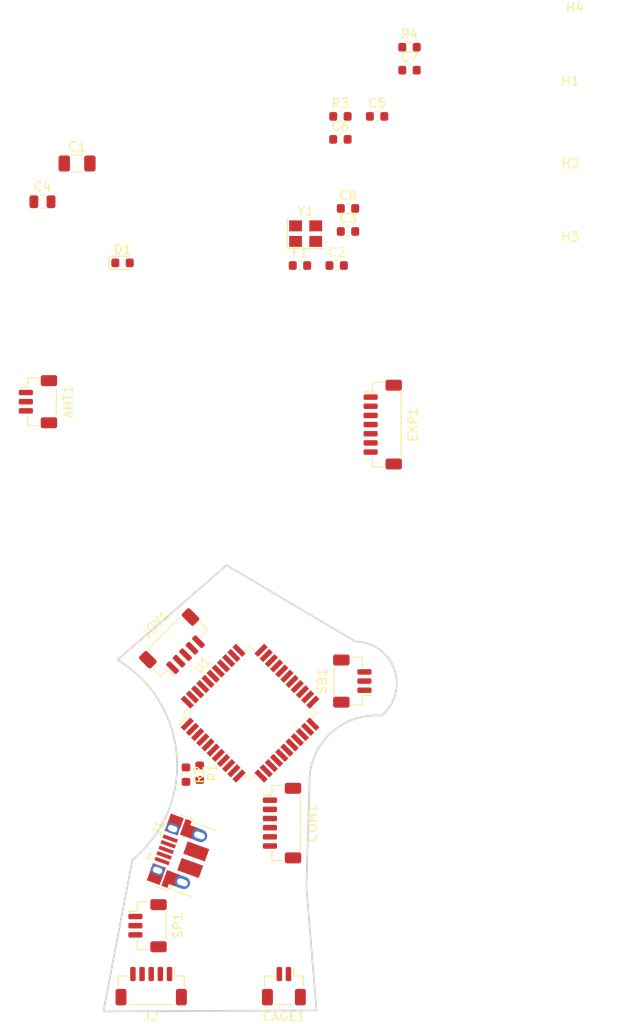
<source format=kicad_pcb>
(kicad_pcb (version 20171130) (host pcbnew "(5.1.6)-1")

  (general
    (thickness 1.6)
    (drawings 9)
    (tracks 0)
    (zones 0)
    (modules 29)
    (nets 40)
  )

  (page A4)
  (layers
    (0 F.Cu signal)
    (31 B.Cu signal)
    (32 B.Adhes user)
    (33 F.Adhes user)
    (34 B.Paste user)
    (35 F.Paste user)
    (36 B.SilkS user)
    (37 F.SilkS user)
    (38 B.Mask user)
    (39 F.Mask user)
    (40 Dwgs.User user)
    (41 Cmts.User user)
    (42 Eco1.User user)
    (43 Eco2.User user)
    (44 Edge.Cuts user)
    (45 Margin user)
    (46 B.CrtYd user)
    (47 F.CrtYd user)
    (48 B.Fab user)
    (49 F.Fab user)
  )

  (setup
    (last_trace_width 0.25)
    (trace_clearance 0.2)
    (zone_clearance 0.508)
    (zone_45_only no)
    (trace_min 0.2)
    (via_size 0.8)
    (via_drill 0.4)
    (via_min_size 0.4)
    (via_min_drill 0.3)
    (uvia_size 0.3)
    (uvia_drill 0.1)
    (uvias_allowed no)
    (uvia_min_size 0.2)
    (uvia_min_drill 0.1)
    (edge_width 0.05)
    (segment_width 0.2)
    (pcb_text_width 0.3)
    (pcb_text_size 1.5 1.5)
    (mod_edge_width 0.12)
    (mod_text_size 1 1)
    (mod_text_width 0.15)
    (pad_size 1.524 1.524)
    (pad_drill 0.762)
    (pad_to_mask_clearance 0.05)
    (aux_axis_origin 0 0)
    (visible_elements 7FFFFFFF)
    (pcbplotparams
      (layerselection 0x010fc_ffffffff)
      (usegerberextensions false)
      (usegerberattributes true)
      (usegerberadvancedattributes true)
      (creategerberjobfile true)
      (excludeedgelayer true)
      (linewidth 0.100000)
      (plotframeref false)
      (viasonmask false)
      (mode 1)
      (useauxorigin false)
      (hpglpennumber 1)
      (hpglpenspeed 20)
      (hpglpendiameter 15.000000)
      (psnegative false)
      (psa4output false)
      (plotreference true)
      (plotvalue true)
      (plotinvisibletext false)
      (padsonsilk false)
      (subtractmaskfromsilk false)
      (outputformat 1)
      (mirror false)
      (drillshape 1)
      (scaleselection 1)
      (outputdirectory ""))
  )

  (net 0 "")
  (net 1 GND)
  (net 2 VCC)
  (net 3 "Net-(C2-Pad2)")
  (net 4 "Net-(C3-Pad2)")
  (net 5 "Net-(C5-Pad1)")
  (net 6 "Net-(C6-Pad1)")
  (net 7 /JOY_Y)
  (net 8 /JOY_X)
  (net 9 "Net-(D1-Pad1)")
  (net 10 VBUS)
  (net 11 "Net-(J1-Pad6)")
  (net 12 "Net-(J1-Pad4)")
  (net 13 "Net-(J1-Pad3)")
  (net 14 "Net-(J1-Pad2)")
  (net 15 /SPARE)
  (net 16 /I2C_SCK)
  (net 17 /I2C_DATA)
  (net 18 /A3)
  (net 19 /A4)
  (net 20 /A5)
  (net 21 /TXO)
  (net 22 /RXI)
  (net 23 /JOY_SW)
  (net 24 /PUSH)
  (net 25 /D)
  (net 26 /C)
  (net 27 /B)
  (net 28 /A)
  (net 29 /ANTENNA_ELEVATION)
  (net 30 /SPEEDBREAK_RETRACT)
  (net 31 /SPEEDBREAK_EXTEND)
  (net 32 /COUNTERMEASURES_AFT)
  (net 33 /COUNTERMEASURES_FWD)
  (net 34 /CAGE-UNCAGE)
  (net 35 /D+)
  (net 36 /D-)
  (net 37 "Net-(R3-Pad2)")
  (net 38 "Net-(R4-Pad2)")
  (net 39 "Net-(U1-Pad8)")

  (net_class Default "This is the default net class."
    (clearance 0.2)
    (trace_width 0.25)
    (via_dia 0.8)
    (via_drill 0.4)
    (uvia_dia 0.3)
    (uvia_drill 0.1)
    (add_net /A)
    (add_net /A3)
    (add_net /A4)
    (add_net /A5)
    (add_net /ANTENNA_ELEVATION)
    (add_net /B)
    (add_net /C)
    (add_net /CAGE-UNCAGE)
    (add_net /COUNTERMEASURES_AFT)
    (add_net /COUNTERMEASURES_FWD)
    (add_net /D)
    (add_net /D+)
    (add_net /D-)
    (add_net /I2C_DATA)
    (add_net /I2C_SCK)
    (add_net /JOY_SW)
    (add_net /JOY_X)
    (add_net /JOY_Y)
    (add_net /PUSH)
    (add_net /RXI)
    (add_net /SPARE)
    (add_net /SPEEDBREAK_EXTEND)
    (add_net /SPEEDBREAK_RETRACT)
    (add_net /TXO)
    (add_net GND)
    (add_net "Net-(C2-Pad2)")
    (add_net "Net-(C3-Pad2)")
    (add_net "Net-(C5-Pad1)")
    (add_net "Net-(C6-Pad1)")
    (add_net "Net-(D1-Pad1)")
    (add_net "Net-(J1-Pad2)")
    (add_net "Net-(J1-Pad3)")
    (add_net "Net-(J1-Pad4)")
    (add_net "Net-(J1-Pad6)")
    (add_net "Net-(R3-Pad2)")
    (add_net "Net-(R4-Pad2)")
    (add_net "Net-(U1-Pad8)")
    (add_net VBUS)
    (add_net VCC)
  )

  (module Connector_JST:JST_SH_BM02B-SRSS-TB_1x02-1MP_P1.00mm_Vertical (layer F.Cu) (tedit 5B78AD87) (tstamp 5ED84F07)
    (at 60.7 122.3 180)
    (descr "JST SH series connector, BM02B-SRSS-TB (http://www.jst-mfg.com/product/pdf/eng/eSH.pdf), generated with kicad-footprint-generator")
    (tags "connector JST SH side entry")
    (path /5EDB064C)
    (attr smd)
    (fp_text reference CAGE1 (at 0 -3.3) (layer F.SilkS)
      (effects (font (size 1 1) (thickness 0.15)))
    )
    (fp_text value Conn_01x02 (at 0 3.3) (layer F.Fab)
      (effects (font (size 1 1) (thickness 0.15)))
    )
    (fp_text user %R (at 0 -0.25) (layer F.Fab)
      (effects (font (size 1 1) (thickness 0.15)))
    )
    (fp_line (start -2 1) (end 2 1) (layer F.Fab) (width 0.1))
    (fp_line (start -2.11 -0.04) (end -2.11 1.11) (layer F.SilkS) (width 0.12))
    (fp_line (start -2.11 1.11) (end -1.06 1.11) (layer F.SilkS) (width 0.12))
    (fp_line (start -1.06 1.11) (end -1.06 2.1) (layer F.SilkS) (width 0.12))
    (fp_line (start 2.11 -0.04) (end 2.11 1.11) (layer F.SilkS) (width 0.12))
    (fp_line (start 2.11 1.11) (end 1.06 1.11) (layer F.SilkS) (width 0.12))
    (fp_line (start -0.94 -2.01) (end 0.94 -2.01) (layer F.SilkS) (width 0.12))
    (fp_line (start -2 -1.9) (end 2 -1.9) (layer F.Fab) (width 0.1))
    (fp_line (start -2 1) (end -2 -1.9) (layer F.Fab) (width 0.1))
    (fp_line (start 2 1) (end 2 -1.9) (layer F.Fab) (width 0.1))
    (fp_line (start -0.65 -1.55) (end -0.65 -0.95) (layer F.Fab) (width 0.1))
    (fp_line (start -0.65 -0.95) (end -0.35 -0.95) (layer F.Fab) (width 0.1))
    (fp_line (start -0.35 -0.95) (end -0.35 -1.55) (layer F.Fab) (width 0.1))
    (fp_line (start -0.35 -1.55) (end -0.65 -1.55) (layer F.Fab) (width 0.1))
    (fp_line (start 0.35 -1.55) (end 0.35 -0.95) (layer F.Fab) (width 0.1))
    (fp_line (start 0.35 -0.95) (end 0.65 -0.95) (layer F.Fab) (width 0.1))
    (fp_line (start 0.65 -0.95) (end 0.65 -1.55) (layer F.Fab) (width 0.1))
    (fp_line (start 0.65 -1.55) (end 0.35 -1.55) (layer F.Fab) (width 0.1))
    (fp_line (start -2.9 -2.6) (end -2.9 2.6) (layer F.CrtYd) (width 0.05))
    (fp_line (start -2.9 2.6) (end 2.9 2.6) (layer F.CrtYd) (width 0.05))
    (fp_line (start 2.9 2.6) (end 2.9 -2.6) (layer F.CrtYd) (width 0.05))
    (fp_line (start 2.9 -2.6) (end -2.9 -2.6) (layer F.CrtYd) (width 0.05))
    (fp_line (start -1 1) (end -0.5 0.292893) (layer F.Fab) (width 0.1))
    (fp_line (start -0.5 0.292893) (end 0 1) (layer F.Fab) (width 0.1))
    (pad MP smd roundrect (at 1.8 -1.2 180) (size 1.2 1.8) (layers F.Cu F.Paste F.Mask) (roundrect_rratio 0.208333))
    (pad MP smd roundrect (at -1.8 -1.2 180) (size 1.2 1.8) (layers F.Cu F.Paste F.Mask) (roundrect_rratio 0.208333))
    (pad 2 smd roundrect (at 0.5 1.325 180) (size 0.6 1.55) (layers F.Cu F.Paste F.Mask) (roundrect_rratio 0.25)
      (net 1 GND))
    (pad 1 smd roundrect (at -0.5 1.325 180) (size 0.6 1.55) (layers F.Cu F.Paste F.Mask) (roundrect_rratio 0.25)
      (net 34 /CAGE-UNCAGE))
    (model ${KISYS3DMOD}/Connector_JST.3dshapes/JST_SH_BM02B-SRSS-TB_1x02-1MP_P1.00mm_Vertical.wrl
      (at (xyz 0 0 0))
      (scale (xyz 1 1 1))
      (rotate (xyz 0 0 0))
    )
  )

  (module Connector_JST:JST_SH_BM03B-SRSS-TB_1x03-1MP_P1.00mm_Vertical (layer F.Cu) (tedit 5B78AD87) (tstamp 5ED83A11)
    (at 68.175 89 90)
    (descr "JST SH series connector, BM03B-SRSS-TB (http://www.jst-mfg.com/product/pdf/eng/eSH.pdf), generated with kicad-footprint-generator")
    (tags "connector JST SH side entry")
    (path /5EDAF252)
    (attr smd)
    (fp_text reference SB1 (at 0 -3.3 90) (layer F.SilkS)
      (effects (font (size 1 1) (thickness 0.15)))
    )
    (fp_text value Conn_01x03 (at 0 3.3 90) (layer F.Fab)
      (effects (font (size 1 1) (thickness 0.15)))
    )
    (fp_text user %R (at 0 -0.25 90) (layer F.Fab)
      (effects (font (size 1 1) (thickness 0.15)))
    )
    (fp_line (start -2.5 1) (end 2.5 1) (layer F.Fab) (width 0.1))
    (fp_line (start -2.61 -0.04) (end -2.61 1.11) (layer F.SilkS) (width 0.12))
    (fp_line (start -2.61 1.11) (end -1.56 1.11) (layer F.SilkS) (width 0.12))
    (fp_line (start -1.56 1.11) (end -1.56 2.1) (layer F.SilkS) (width 0.12))
    (fp_line (start 2.61 -0.04) (end 2.61 1.11) (layer F.SilkS) (width 0.12))
    (fp_line (start 2.61 1.11) (end 1.56 1.11) (layer F.SilkS) (width 0.12))
    (fp_line (start -1.44 -2.01) (end 1.44 -2.01) (layer F.SilkS) (width 0.12))
    (fp_line (start -2.5 -1.9) (end 2.5 -1.9) (layer F.Fab) (width 0.1))
    (fp_line (start -2.5 1) (end -2.5 -1.9) (layer F.Fab) (width 0.1))
    (fp_line (start 2.5 1) (end 2.5 -1.9) (layer F.Fab) (width 0.1))
    (fp_line (start -1.15 -1.55) (end -1.15 -0.95) (layer F.Fab) (width 0.1))
    (fp_line (start -1.15 -0.95) (end -0.85 -0.95) (layer F.Fab) (width 0.1))
    (fp_line (start -0.85 -0.95) (end -0.85 -1.55) (layer F.Fab) (width 0.1))
    (fp_line (start -0.85 -1.55) (end -1.15 -1.55) (layer F.Fab) (width 0.1))
    (fp_line (start -0.15 -1.55) (end -0.15 -0.95) (layer F.Fab) (width 0.1))
    (fp_line (start -0.15 -0.95) (end 0.15 -0.95) (layer F.Fab) (width 0.1))
    (fp_line (start 0.15 -0.95) (end 0.15 -1.55) (layer F.Fab) (width 0.1))
    (fp_line (start 0.15 -1.55) (end -0.15 -1.55) (layer F.Fab) (width 0.1))
    (fp_line (start 0.85 -1.55) (end 0.85 -0.95) (layer F.Fab) (width 0.1))
    (fp_line (start 0.85 -0.95) (end 1.15 -0.95) (layer F.Fab) (width 0.1))
    (fp_line (start 1.15 -0.95) (end 1.15 -1.55) (layer F.Fab) (width 0.1))
    (fp_line (start 1.15 -1.55) (end 0.85 -1.55) (layer F.Fab) (width 0.1))
    (fp_line (start -3.4 -2.6) (end -3.4 2.6) (layer F.CrtYd) (width 0.05))
    (fp_line (start -3.4 2.6) (end 3.4 2.6) (layer F.CrtYd) (width 0.05))
    (fp_line (start 3.4 2.6) (end 3.4 -2.6) (layer F.CrtYd) (width 0.05))
    (fp_line (start 3.4 -2.6) (end -3.4 -2.6) (layer F.CrtYd) (width 0.05))
    (fp_line (start -1.5 1) (end -1 0.292893) (layer F.Fab) (width 0.1))
    (fp_line (start -1 0.292893) (end -0.5 1) (layer F.Fab) (width 0.1))
    (pad MP smd roundrect (at 2.3 -1.2 90) (size 1.2 1.8) (layers F.Cu F.Paste F.Mask) (roundrect_rratio 0.208333))
    (pad MP smd roundrect (at -2.3 -1.2 90) (size 1.2 1.8) (layers F.Cu F.Paste F.Mask) (roundrect_rratio 0.208333))
    (pad 3 smd roundrect (at 1 1.325 90) (size 0.6 1.55) (layers F.Cu F.Paste F.Mask) (roundrect_rratio 0.25)
      (net 32 /COUNTERMEASURES_AFT))
    (pad 2 smd roundrect (at 0 1.325 90) (size 0.6 1.55) (layers F.Cu F.Paste F.Mask) (roundrect_rratio 0.25)
      (net 1 GND))
    (pad 1 smd roundrect (at -1 1.325 90) (size 0.6 1.55) (layers F.Cu F.Paste F.Mask) (roundrect_rratio 0.25)
      (net 33 /COUNTERMEASURES_FWD))
    (model ${KISYS3DMOD}/Connector_JST.3dshapes/JST_SH_BM03B-SRSS-TB_1x03-1MP_P1.00mm_Vertical.wrl
      (at (xyz 0 0 0))
      (scale (xyz 1 1 1))
      (rotate (xyz 0 0 0))
    )
  )

  (module Connector_JST:JST_SH_BM03B-SRSS-TB_1x03-1MP_P1.00mm_Vertical (layer F.Cu) (tedit 5B78AD87) (tstamp 5ED87F3F)
    (at 45.8 115.7 270)
    (descr "JST SH series connector, BM03B-SRSS-TB (http://www.jst-mfg.com/product/pdf/eng/eSH.pdf), generated with kicad-footprint-generator")
    (tags "connector JST SH side entry")
    (path /5EDAEEF1)
    (attr smd)
    (fp_text reference SP1 (at 0 -3.3 90) (layer F.SilkS)
      (effects (font (size 1 1) (thickness 0.15)))
    )
    (fp_text value Conn_01x03 (at 0 3.3 90) (layer F.Fab)
      (effects (font (size 1 1) (thickness 0.15)))
    )
    (fp_text user %R (at 0 -0.25 90) (layer F.Fab)
      (effects (font (size 1 1) (thickness 0.15)))
    )
    (fp_line (start -2.5 1) (end 2.5 1) (layer F.Fab) (width 0.1))
    (fp_line (start -2.61 -0.04) (end -2.61 1.11) (layer F.SilkS) (width 0.12))
    (fp_line (start -2.61 1.11) (end -1.56 1.11) (layer F.SilkS) (width 0.12))
    (fp_line (start -1.56 1.11) (end -1.56 2.1) (layer F.SilkS) (width 0.12))
    (fp_line (start 2.61 -0.04) (end 2.61 1.11) (layer F.SilkS) (width 0.12))
    (fp_line (start 2.61 1.11) (end 1.56 1.11) (layer F.SilkS) (width 0.12))
    (fp_line (start -1.44 -2.01) (end 1.44 -2.01) (layer F.SilkS) (width 0.12))
    (fp_line (start -2.5 -1.9) (end 2.5 -1.9) (layer F.Fab) (width 0.1))
    (fp_line (start -2.5 1) (end -2.5 -1.9) (layer F.Fab) (width 0.1))
    (fp_line (start 2.5 1) (end 2.5 -1.9) (layer F.Fab) (width 0.1))
    (fp_line (start -1.15 -1.55) (end -1.15 -0.95) (layer F.Fab) (width 0.1))
    (fp_line (start -1.15 -0.95) (end -0.85 -0.95) (layer F.Fab) (width 0.1))
    (fp_line (start -0.85 -0.95) (end -0.85 -1.55) (layer F.Fab) (width 0.1))
    (fp_line (start -0.85 -1.55) (end -1.15 -1.55) (layer F.Fab) (width 0.1))
    (fp_line (start -0.15 -1.55) (end -0.15 -0.95) (layer F.Fab) (width 0.1))
    (fp_line (start -0.15 -0.95) (end 0.15 -0.95) (layer F.Fab) (width 0.1))
    (fp_line (start 0.15 -0.95) (end 0.15 -1.55) (layer F.Fab) (width 0.1))
    (fp_line (start 0.15 -1.55) (end -0.15 -1.55) (layer F.Fab) (width 0.1))
    (fp_line (start 0.85 -1.55) (end 0.85 -0.95) (layer F.Fab) (width 0.1))
    (fp_line (start 0.85 -0.95) (end 1.15 -0.95) (layer F.Fab) (width 0.1))
    (fp_line (start 1.15 -0.95) (end 1.15 -1.55) (layer F.Fab) (width 0.1))
    (fp_line (start 1.15 -1.55) (end 0.85 -1.55) (layer F.Fab) (width 0.1))
    (fp_line (start -3.4 -2.6) (end -3.4 2.6) (layer F.CrtYd) (width 0.05))
    (fp_line (start -3.4 2.6) (end 3.4 2.6) (layer F.CrtYd) (width 0.05))
    (fp_line (start 3.4 2.6) (end 3.4 -2.6) (layer F.CrtYd) (width 0.05))
    (fp_line (start 3.4 -2.6) (end -3.4 -2.6) (layer F.CrtYd) (width 0.05))
    (fp_line (start -1.5 1) (end -1 0.292893) (layer F.Fab) (width 0.1))
    (fp_line (start -1 0.292893) (end -0.5 1) (layer F.Fab) (width 0.1))
    (pad MP smd roundrect (at 2.3 -1.2 270) (size 1.2 1.8) (layers F.Cu F.Paste F.Mask) (roundrect_rratio 0.208333))
    (pad MP smd roundrect (at -2.3 -1.2 270) (size 1.2 1.8) (layers F.Cu F.Paste F.Mask) (roundrect_rratio 0.208333))
    (pad 3 smd roundrect (at 1 1.325 270) (size 0.6 1.55) (layers F.Cu F.Paste F.Mask) (roundrect_rratio 0.25)
      (net 30 /SPEEDBREAK_RETRACT))
    (pad 2 smd roundrect (at 0 1.325 270) (size 0.6 1.55) (layers F.Cu F.Paste F.Mask) (roundrect_rratio 0.25)
      (net 1 GND))
    (pad 1 smd roundrect (at -1 1.325 270) (size 0.6 1.55) (layers F.Cu F.Paste F.Mask) (roundrect_rratio 0.25)
      (net 31 /SPEEDBREAK_EXTEND))
    (model ${KISYS3DMOD}/Connector_JST.3dshapes/JST_SH_BM03B-SRSS-TB_1x03-1MP_P1.00mm_Vertical.wrl
      (at (xyz 0 0 0))
      (scale (xyz 1 1 1))
      (rotate (xyz 0 0 0))
    )
  )

  (module Connector_JST:JST_SH_BM03B-SRSS-TB_1x03-1MP_P1.00mm_Vertical (layer F.Cu) (tedit 5B78AD87) (tstamp 5ED839A2)
    (at 33.825 58.5 270)
    (descr "JST SH series connector, BM03B-SRSS-TB (http://www.jst-mfg.com/product/pdf/eng/eSH.pdf), generated with kicad-footprint-generator")
    (tags "connector JST SH side entry")
    (path /5EDAAC86)
    (attr smd)
    (fp_text reference ANT1 (at 0 -3.3 90) (layer F.SilkS)
      (effects (font (size 1 1) (thickness 0.15)))
    )
    (fp_text value Conn_01x03 (at 0 3.3 90) (layer F.Fab)
      (effects (font (size 1 1) (thickness 0.15)))
    )
    (fp_text user %R (at 0 -0.25 90) (layer F.Fab)
      (effects (font (size 1 1) (thickness 0.15)))
    )
    (fp_line (start -2.5 1) (end 2.5 1) (layer F.Fab) (width 0.1))
    (fp_line (start -2.61 -0.04) (end -2.61 1.11) (layer F.SilkS) (width 0.12))
    (fp_line (start -2.61 1.11) (end -1.56 1.11) (layer F.SilkS) (width 0.12))
    (fp_line (start -1.56 1.11) (end -1.56 2.1) (layer F.SilkS) (width 0.12))
    (fp_line (start 2.61 -0.04) (end 2.61 1.11) (layer F.SilkS) (width 0.12))
    (fp_line (start 2.61 1.11) (end 1.56 1.11) (layer F.SilkS) (width 0.12))
    (fp_line (start -1.44 -2.01) (end 1.44 -2.01) (layer F.SilkS) (width 0.12))
    (fp_line (start -2.5 -1.9) (end 2.5 -1.9) (layer F.Fab) (width 0.1))
    (fp_line (start -2.5 1) (end -2.5 -1.9) (layer F.Fab) (width 0.1))
    (fp_line (start 2.5 1) (end 2.5 -1.9) (layer F.Fab) (width 0.1))
    (fp_line (start -1.15 -1.55) (end -1.15 -0.95) (layer F.Fab) (width 0.1))
    (fp_line (start -1.15 -0.95) (end -0.85 -0.95) (layer F.Fab) (width 0.1))
    (fp_line (start -0.85 -0.95) (end -0.85 -1.55) (layer F.Fab) (width 0.1))
    (fp_line (start -0.85 -1.55) (end -1.15 -1.55) (layer F.Fab) (width 0.1))
    (fp_line (start -0.15 -1.55) (end -0.15 -0.95) (layer F.Fab) (width 0.1))
    (fp_line (start -0.15 -0.95) (end 0.15 -0.95) (layer F.Fab) (width 0.1))
    (fp_line (start 0.15 -0.95) (end 0.15 -1.55) (layer F.Fab) (width 0.1))
    (fp_line (start 0.15 -1.55) (end -0.15 -1.55) (layer F.Fab) (width 0.1))
    (fp_line (start 0.85 -1.55) (end 0.85 -0.95) (layer F.Fab) (width 0.1))
    (fp_line (start 0.85 -0.95) (end 1.15 -0.95) (layer F.Fab) (width 0.1))
    (fp_line (start 1.15 -0.95) (end 1.15 -1.55) (layer F.Fab) (width 0.1))
    (fp_line (start 1.15 -1.55) (end 0.85 -1.55) (layer F.Fab) (width 0.1))
    (fp_line (start -3.4 -2.6) (end -3.4 2.6) (layer F.CrtYd) (width 0.05))
    (fp_line (start -3.4 2.6) (end 3.4 2.6) (layer F.CrtYd) (width 0.05))
    (fp_line (start 3.4 2.6) (end 3.4 -2.6) (layer F.CrtYd) (width 0.05))
    (fp_line (start 3.4 -2.6) (end -3.4 -2.6) (layer F.CrtYd) (width 0.05))
    (fp_line (start -1.5 1) (end -1 0.292893) (layer F.Fab) (width 0.1))
    (fp_line (start -1 0.292893) (end -0.5 1) (layer F.Fab) (width 0.1))
    (pad MP smd roundrect (at 2.3 -1.2 270) (size 1.2 1.8) (layers F.Cu F.Paste F.Mask) (roundrect_rratio 0.208333))
    (pad MP smd roundrect (at -2.3 -1.2 270) (size 1.2 1.8) (layers F.Cu F.Paste F.Mask) (roundrect_rratio 0.208333))
    (pad 3 smd roundrect (at 1 1.325 270) (size 0.6 1.55) (layers F.Cu F.Paste F.Mask) (roundrect_rratio 0.25)
      (net 1 GND))
    (pad 2 smd roundrect (at 0 1.325 270) (size 0.6 1.55) (layers F.Cu F.Paste F.Mask) (roundrect_rratio 0.25)
      (net 29 /ANTENNA_ELEVATION))
    (pad 1 smd roundrect (at -1 1.325 270) (size 0.6 1.55) (layers F.Cu F.Paste F.Mask) (roundrect_rratio 0.25)
      (net 2 VCC))
    (model ${KISYS3DMOD}/Connector_JST.3dshapes/JST_SH_BM03B-SRSS-TB_1x03-1MP_P1.00mm_Vertical.wrl
      (at (xyz 0 0 0))
      (scale (xyz 1 1 1))
      (rotate (xyz 0 0 0))
    )
  )

  (module Connector_JST:JST_SH_BM06B-SRSS-TB_1x06-1MP_P1.00mm_Vertical (layer F.Cu) (tedit 5B78AD87) (tstamp 5ED83915)
    (at 60.5 104.5 270)
    (descr "JST SH series connector, BM06B-SRSS-TB (http://www.jst-mfg.com/product/pdf/eng/eSH.pdf), generated with kicad-footprint-generator")
    (tags "connector JST SH side entry")
    (path /5EDABCE7)
    (attr smd)
    (fp_text reference COM1 (at 0 -3.3 90) (layer F.SilkS)
      (effects (font (size 1 1) (thickness 0.15)))
    )
    (fp_text value COMS (at 0 3.3 90) (layer F.Fab)
      (effects (font (size 1 1) (thickness 0.15)))
    )
    (fp_text user %R (at 0 -0.25 90) (layer F.Fab)
      (effects (font (size 1 1) (thickness 0.15)))
    )
    (fp_line (start -4 1) (end 4 1) (layer F.Fab) (width 0.1))
    (fp_line (start -4.11 -0.04) (end -4.11 1.11) (layer F.SilkS) (width 0.12))
    (fp_line (start -4.11 1.11) (end -3.06 1.11) (layer F.SilkS) (width 0.12))
    (fp_line (start -3.06 1.11) (end -3.06 2.1) (layer F.SilkS) (width 0.12))
    (fp_line (start 4.11 -0.04) (end 4.11 1.11) (layer F.SilkS) (width 0.12))
    (fp_line (start 4.11 1.11) (end 3.06 1.11) (layer F.SilkS) (width 0.12))
    (fp_line (start -2.94 -2.01) (end 2.94 -2.01) (layer F.SilkS) (width 0.12))
    (fp_line (start -4 -1.9) (end 4 -1.9) (layer F.Fab) (width 0.1))
    (fp_line (start -4 1) (end -4 -1.9) (layer F.Fab) (width 0.1))
    (fp_line (start 4 1) (end 4 -1.9) (layer F.Fab) (width 0.1))
    (fp_line (start -2.65 -1.55) (end -2.65 -0.95) (layer F.Fab) (width 0.1))
    (fp_line (start -2.65 -0.95) (end -2.35 -0.95) (layer F.Fab) (width 0.1))
    (fp_line (start -2.35 -0.95) (end -2.35 -1.55) (layer F.Fab) (width 0.1))
    (fp_line (start -2.35 -1.55) (end -2.65 -1.55) (layer F.Fab) (width 0.1))
    (fp_line (start -1.65 -1.55) (end -1.65 -0.95) (layer F.Fab) (width 0.1))
    (fp_line (start -1.65 -0.95) (end -1.35 -0.95) (layer F.Fab) (width 0.1))
    (fp_line (start -1.35 -0.95) (end -1.35 -1.55) (layer F.Fab) (width 0.1))
    (fp_line (start -1.35 -1.55) (end -1.65 -1.55) (layer F.Fab) (width 0.1))
    (fp_line (start -0.65 -1.55) (end -0.65 -0.95) (layer F.Fab) (width 0.1))
    (fp_line (start -0.65 -0.95) (end -0.35 -0.95) (layer F.Fab) (width 0.1))
    (fp_line (start -0.35 -0.95) (end -0.35 -1.55) (layer F.Fab) (width 0.1))
    (fp_line (start -0.35 -1.55) (end -0.65 -1.55) (layer F.Fab) (width 0.1))
    (fp_line (start 0.35 -1.55) (end 0.35 -0.95) (layer F.Fab) (width 0.1))
    (fp_line (start 0.35 -0.95) (end 0.65 -0.95) (layer F.Fab) (width 0.1))
    (fp_line (start 0.65 -0.95) (end 0.65 -1.55) (layer F.Fab) (width 0.1))
    (fp_line (start 0.65 -1.55) (end 0.35 -1.55) (layer F.Fab) (width 0.1))
    (fp_line (start 1.35 -1.55) (end 1.35 -0.95) (layer F.Fab) (width 0.1))
    (fp_line (start 1.35 -0.95) (end 1.65 -0.95) (layer F.Fab) (width 0.1))
    (fp_line (start 1.65 -0.95) (end 1.65 -1.55) (layer F.Fab) (width 0.1))
    (fp_line (start 1.65 -1.55) (end 1.35 -1.55) (layer F.Fab) (width 0.1))
    (fp_line (start 2.35 -1.55) (end 2.35 -0.95) (layer F.Fab) (width 0.1))
    (fp_line (start 2.35 -0.95) (end 2.65 -0.95) (layer F.Fab) (width 0.1))
    (fp_line (start 2.65 -0.95) (end 2.65 -1.55) (layer F.Fab) (width 0.1))
    (fp_line (start 2.65 -1.55) (end 2.35 -1.55) (layer F.Fab) (width 0.1))
    (fp_line (start -4.9 -2.6) (end -4.9 2.6) (layer F.CrtYd) (width 0.05))
    (fp_line (start -4.9 2.6) (end 4.9 2.6) (layer F.CrtYd) (width 0.05))
    (fp_line (start 4.9 2.6) (end 4.9 -2.6) (layer F.CrtYd) (width 0.05))
    (fp_line (start 4.9 -2.6) (end -4.9 -2.6) (layer F.CrtYd) (width 0.05))
    (fp_line (start -3 1) (end -2.5 0.292893) (layer F.Fab) (width 0.1))
    (fp_line (start -2.5 0.292893) (end -2 1) (layer F.Fab) (width 0.1))
    (pad MP smd roundrect (at 3.8 -1.2 270) (size 1.2 1.8) (layers F.Cu F.Paste F.Mask) (roundrect_rratio 0.208333))
    (pad MP smd roundrect (at -3.8 -1.2 270) (size 1.2 1.8) (layers F.Cu F.Paste F.Mask) (roundrect_rratio 0.208333))
    (pad 6 smd roundrect (at 2.5 1.325 270) (size 0.6 1.55) (layers F.Cu F.Paste F.Mask) (roundrect_rratio 0.25)
      (net 1 GND))
    (pad 5 smd roundrect (at 1.5 1.325 270) (size 0.6 1.55) (layers F.Cu F.Paste F.Mask) (roundrect_rratio 0.25)
      (net 24 /PUSH))
    (pad 4 smd roundrect (at 0.5 1.325 270) (size 0.6 1.55) (layers F.Cu F.Paste F.Mask) (roundrect_rratio 0.25)
      (net 25 /D))
    (pad 3 smd roundrect (at -0.5 1.325 270) (size 0.6 1.55) (layers F.Cu F.Paste F.Mask) (roundrect_rratio 0.25)
      (net 26 /C))
    (pad 2 smd roundrect (at -1.5 1.325 270) (size 0.6 1.55) (layers F.Cu F.Paste F.Mask) (roundrect_rratio 0.25)
      (net 27 /B))
    (pad 1 smd roundrect (at -2.5 1.325 270) (size 0.6 1.55) (layers F.Cu F.Paste F.Mask) (roundrect_rratio 0.25)
      (net 28 /A))
    (model ${KISYS3DMOD}/Connector_JST.3dshapes/JST_SH_BM06B-SRSS-TB_1x06-1MP_P1.00mm_Vertical.wrl
      (at (xyz 0 0 0))
      (scale (xyz 1 1 1))
      (rotate (xyz 0 0 0))
    )
  )

  (module Connector_JST:JST_SH_BM05B-SRSS-TB_1x05-1MP_P1.00mm_Vertical (layer F.Cu) (tedit 5B78AD87) (tstamp 5ED83883)
    (at 49.015076 85.181981 45)
    (descr "JST SH series connector, BM05B-SRSS-TB (http://www.jst-mfg.com/product/pdf/eng/eSH.pdf), generated with kicad-footprint-generator")
    (tags "connector JST SH side entry")
    (path /5EDA90BE)
    (attr smd)
    (fp_text reference JOY1 (at 0 -3.3 45) (layer F.SilkS)
      (effects (font (size 1 1) (thickness 0.15)))
    )
    (fp_text value JOYSTICK (at 0 3.3 45) (layer F.Fab)
      (effects (font (size 1 1) (thickness 0.15)))
    )
    (fp_text user %R (at 0 -0.25 45) (layer F.Fab)
      (effects (font (size 1 1) (thickness 0.15)))
    )
    (fp_line (start -3.5 1) (end 3.5 1) (layer F.Fab) (width 0.1))
    (fp_line (start -3.61 -0.04) (end -3.61 1.11) (layer F.SilkS) (width 0.12))
    (fp_line (start -3.61 1.11) (end -2.56 1.11) (layer F.SilkS) (width 0.12))
    (fp_line (start -2.56 1.11) (end -2.56 2.1) (layer F.SilkS) (width 0.12))
    (fp_line (start 3.61 -0.04) (end 3.61 1.11) (layer F.SilkS) (width 0.12))
    (fp_line (start 3.61 1.11) (end 2.56 1.11) (layer F.SilkS) (width 0.12))
    (fp_line (start -2.44 -2.01) (end 2.44 -2.01) (layer F.SilkS) (width 0.12))
    (fp_line (start -3.5 -1.9) (end 3.5 -1.9) (layer F.Fab) (width 0.1))
    (fp_line (start -3.5 1) (end -3.5 -1.9) (layer F.Fab) (width 0.1))
    (fp_line (start 3.5 1) (end 3.5 -1.9) (layer F.Fab) (width 0.1))
    (fp_line (start -2.15 -1.55) (end -2.15 -0.95) (layer F.Fab) (width 0.1))
    (fp_line (start -2.15 -0.95) (end -1.85 -0.95) (layer F.Fab) (width 0.1))
    (fp_line (start -1.85 -0.95) (end -1.85 -1.55) (layer F.Fab) (width 0.1))
    (fp_line (start -1.85 -1.55) (end -2.15 -1.55) (layer F.Fab) (width 0.1))
    (fp_line (start -1.15 -1.55) (end -1.15 -0.95) (layer F.Fab) (width 0.1))
    (fp_line (start -1.15 -0.95) (end -0.85 -0.95) (layer F.Fab) (width 0.1))
    (fp_line (start -0.85 -0.95) (end -0.85 -1.55) (layer F.Fab) (width 0.1))
    (fp_line (start -0.85 -1.55) (end -1.15 -1.55) (layer F.Fab) (width 0.1))
    (fp_line (start -0.15 -1.55) (end -0.15 -0.95) (layer F.Fab) (width 0.1))
    (fp_line (start -0.15 -0.95) (end 0.15 -0.95) (layer F.Fab) (width 0.1))
    (fp_line (start 0.15 -0.95) (end 0.15 -1.55) (layer F.Fab) (width 0.1))
    (fp_line (start 0.15 -1.55) (end -0.15 -1.55) (layer F.Fab) (width 0.1))
    (fp_line (start 0.85 -1.55) (end 0.85 -0.95) (layer F.Fab) (width 0.1))
    (fp_line (start 0.85 -0.95) (end 1.15 -0.95) (layer F.Fab) (width 0.1))
    (fp_line (start 1.15 -0.95) (end 1.15 -1.55) (layer F.Fab) (width 0.1))
    (fp_line (start 1.15 -1.55) (end 0.85 -1.55) (layer F.Fab) (width 0.1))
    (fp_line (start 1.85 -1.55) (end 1.85 -0.95) (layer F.Fab) (width 0.1))
    (fp_line (start 1.85 -0.95) (end 2.15 -0.95) (layer F.Fab) (width 0.1))
    (fp_line (start 2.15 -0.95) (end 2.15 -1.55) (layer F.Fab) (width 0.1))
    (fp_line (start 2.15 -1.55) (end 1.85 -1.55) (layer F.Fab) (width 0.1))
    (fp_line (start -4.4 -2.6) (end -4.4 2.6) (layer F.CrtYd) (width 0.05))
    (fp_line (start -4.4 2.6) (end 4.4 2.6) (layer F.CrtYd) (width 0.05))
    (fp_line (start 4.4 2.6) (end 4.4 -2.6) (layer F.CrtYd) (width 0.05))
    (fp_line (start 4.4 -2.6) (end -4.4 -2.6) (layer F.CrtYd) (width 0.05))
    (fp_line (start -2.5 1) (end -2 0.292893) (layer F.Fab) (width 0.1))
    (fp_line (start -2 0.292893) (end -1.5 1) (layer F.Fab) (width 0.1))
    (pad MP smd roundrect (at 3.3 -1.2 45) (size 1.2 1.8) (layers F.Cu F.Paste F.Mask) (roundrect_rratio 0.208333))
    (pad MP smd roundrect (at -3.3 -1.2 45) (size 1.2 1.8) (layers F.Cu F.Paste F.Mask) (roundrect_rratio 0.208333))
    (pad 5 smd roundrect (at 2 1.325 45) (size 0.6 1.55) (layers F.Cu F.Paste F.Mask) (roundrect_rratio 0.25)
      (net 1 GND))
    (pad 4 smd roundrect (at 1 1.325 45) (size 0.6 1.55) (layers F.Cu F.Paste F.Mask) (roundrect_rratio 0.25)
      (net 23 /JOY_SW))
    (pad 3 smd roundrect (at 0 1.325 45) (size 0.6 1.55) (layers F.Cu F.Paste F.Mask) (roundrect_rratio 0.25)
      (net 7 /JOY_Y))
    (pad 2 smd roundrect (at -1 1.325 45) (size 0.6 1.55) (layers F.Cu F.Paste F.Mask) (roundrect_rratio 0.25)
      (net 8 /JOY_X))
    (pad 1 smd roundrect (at -2 1.325 45) (size 0.6 1.55) (layers F.Cu F.Paste F.Mask) (roundrect_rratio 0.25)
      (net 2 VCC))
    (model ${KISYS3DMOD}/Connector_JST.3dshapes/JST_SH_BM05B-SRSS-TB_1x05-1MP_P1.00mm_Vertical.wrl
      (at (xyz 0 0 0))
      (scale (xyz 1 1 1))
      (rotate (xyz 0 0 0))
    )
  )

  (module Connector_JST:JST_SH_BM07B-SRSS-TB_1x07-1MP_P1.00mm_Vertical (layer F.Cu) (tedit 5B78AD88) (tstamp 5ED83A94)
    (at 71.5 61 270)
    (descr "JST SH series connector, BM07B-SRSS-TB (http://www.jst-mfg.com/product/pdf/eng/eSH.pdf), generated with kicad-footprint-generator")
    (tags "connector JST SH side entry")
    (path /5EFD8E6B)
    (attr smd)
    (fp_text reference EXP1 (at 0 -3.3 90) (layer F.SilkS)
      (effects (font (size 1 1) (thickness 0.15)))
    )
    (fp_text value Conn_01x07 (at 0 3.3 90) (layer F.Fab)
      (effects (font (size 1 1) (thickness 0.15)))
    )
    (fp_text user %R (at 0 -0.25 90) (layer F.Fab)
      (effects (font (size 1 1) (thickness 0.15)))
    )
    (fp_line (start -4.5 1) (end 4.5 1) (layer F.Fab) (width 0.1))
    (fp_line (start -4.61 -0.04) (end -4.61 1.11) (layer F.SilkS) (width 0.12))
    (fp_line (start -4.61 1.11) (end -3.56 1.11) (layer F.SilkS) (width 0.12))
    (fp_line (start -3.56 1.11) (end -3.56 2.1) (layer F.SilkS) (width 0.12))
    (fp_line (start 4.61 -0.04) (end 4.61 1.11) (layer F.SilkS) (width 0.12))
    (fp_line (start 4.61 1.11) (end 3.56 1.11) (layer F.SilkS) (width 0.12))
    (fp_line (start -3.44 -2.01) (end 3.44 -2.01) (layer F.SilkS) (width 0.12))
    (fp_line (start -4.5 -1.9) (end 4.5 -1.9) (layer F.Fab) (width 0.1))
    (fp_line (start -4.5 1) (end -4.5 -1.9) (layer F.Fab) (width 0.1))
    (fp_line (start 4.5 1) (end 4.5 -1.9) (layer F.Fab) (width 0.1))
    (fp_line (start -3.15 -1.55) (end -3.15 -0.95) (layer F.Fab) (width 0.1))
    (fp_line (start -3.15 -0.95) (end -2.85 -0.95) (layer F.Fab) (width 0.1))
    (fp_line (start -2.85 -0.95) (end -2.85 -1.55) (layer F.Fab) (width 0.1))
    (fp_line (start -2.85 -1.55) (end -3.15 -1.55) (layer F.Fab) (width 0.1))
    (fp_line (start -2.15 -1.55) (end -2.15 -0.95) (layer F.Fab) (width 0.1))
    (fp_line (start -2.15 -0.95) (end -1.85 -0.95) (layer F.Fab) (width 0.1))
    (fp_line (start -1.85 -0.95) (end -1.85 -1.55) (layer F.Fab) (width 0.1))
    (fp_line (start -1.85 -1.55) (end -2.15 -1.55) (layer F.Fab) (width 0.1))
    (fp_line (start -1.15 -1.55) (end -1.15 -0.95) (layer F.Fab) (width 0.1))
    (fp_line (start -1.15 -0.95) (end -0.85 -0.95) (layer F.Fab) (width 0.1))
    (fp_line (start -0.85 -0.95) (end -0.85 -1.55) (layer F.Fab) (width 0.1))
    (fp_line (start -0.85 -1.55) (end -1.15 -1.55) (layer F.Fab) (width 0.1))
    (fp_line (start -0.15 -1.55) (end -0.15 -0.95) (layer F.Fab) (width 0.1))
    (fp_line (start -0.15 -0.95) (end 0.15 -0.95) (layer F.Fab) (width 0.1))
    (fp_line (start 0.15 -0.95) (end 0.15 -1.55) (layer F.Fab) (width 0.1))
    (fp_line (start 0.15 -1.55) (end -0.15 -1.55) (layer F.Fab) (width 0.1))
    (fp_line (start 0.85 -1.55) (end 0.85 -0.95) (layer F.Fab) (width 0.1))
    (fp_line (start 0.85 -0.95) (end 1.15 -0.95) (layer F.Fab) (width 0.1))
    (fp_line (start 1.15 -0.95) (end 1.15 -1.55) (layer F.Fab) (width 0.1))
    (fp_line (start 1.15 -1.55) (end 0.85 -1.55) (layer F.Fab) (width 0.1))
    (fp_line (start 1.85 -1.55) (end 1.85 -0.95) (layer F.Fab) (width 0.1))
    (fp_line (start 1.85 -0.95) (end 2.15 -0.95) (layer F.Fab) (width 0.1))
    (fp_line (start 2.15 -0.95) (end 2.15 -1.55) (layer F.Fab) (width 0.1))
    (fp_line (start 2.15 -1.55) (end 1.85 -1.55) (layer F.Fab) (width 0.1))
    (fp_line (start 2.85 -1.55) (end 2.85 -0.95) (layer F.Fab) (width 0.1))
    (fp_line (start 2.85 -0.95) (end 3.15 -0.95) (layer F.Fab) (width 0.1))
    (fp_line (start 3.15 -0.95) (end 3.15 -1.55) (layer F.Fab) (width 0.1))
    (fp_line (start 3.15 -1.55) (end 2.85 -1.55) (layer F.Fab) (width 0.1))
    (fp_line (start -5.4 -2.6) (end -5.4 2.6) (layer F.CrtYd) (width 0.05))
    (fp_line (start -5.4 2.6) (end 5.4 2.6) (layer F.CrtYd) (width 0.05))
    (fp_line (start 5.4 2.6) (end 5.4 -2.6) (layer F.CrtYd) (width 0.05))
    (fp_line (start 5.4 -2.6) (end -5.4 -2.6) (layer F.CrtYd) (width 0.05))
    (fp_line (start -3.5 1) (end -3 0.292893) (layer F.Fab) (width 0.1))
    (fp_line (start -3 0.292893) (end -2.5 1) (layer F.Fab) (width 0.1))
    (pad MP smd roundrect (at 4.3 -1.2 270) (size 1.2 1.8) (layers F.Cu F.Paste F.Mask) (roundrect_rratio 0.208333))
    (pad MP smd roundrect (at -4.3 -1.2 270) (size 1.2 1.8) (layers F.Cu F.Paste F.Mask) (roundrect_rratio 0.208333))
    (pad 7 smd roundrect (at 3 1.325 270) (size 0.6 1.55) (layers F.Cu F.Paste F.Mask) (roundrect_rratio 0.25)
      (net 1 GND))
    (pad 6 smd roundrect (at 2 1.325 270) (size 0.6 1.55) (layers F.Cu F.Paste F.Mask) (roundrect_rratio 0.25)
      (net 2 VCC))
    (pad 5 smd roundrect (at 1 1.325 270) (size 0.6 1.55) (layers F.Cu F.Paste F.Mask) (roundrect_rratio 0.25)
      (net 18 /A3))
    (pad 4 smd roundrect (at 0 1.325 270) (size 0.6 1.55) (layers F.Cu F.Paste F.Mask) (roundrect_rratio 0.25)
      (net 19 /A4))
    (pad 3 smd roundrect (at -1 1.325 270) (size 0.6 1.55) (layers F.Cu F.Paste F.Mask) (roundrect_rratio 0.25)
      (net 20 /A5))
    (pad 2 smd roundrect (at -2 1.325 270) (size 0.6 1.55) (layers F.Cu F.Paste F.Mask) (roundrect_rratio 0.25)
      (net 21 /TXO))
    (pad 1 smd roundrect (at -3 1.325 270) (size 0.6 1.55) (layers F.Cu F.Paste F.Mask) (roundrect_rratio 0.25)
      (net 22 /RXI))
    (model ${KISYS3DMOD}/Connector_JST.3dshapes/JST_SH_BM07B-SRSS-TB_1x07-1MP_P1.00mm_Vertical.wrl
      (at (xyz 0 0 0))
      (scale (xyz 1 1 1))
      (rotate (xyz 0 0 0))
    )
  )

  (module Connector_JST:JST_SH_BM05B-SRSS-TB_1x05-1MP_P1.00mm_Vertical (layer F.Cu) (tedit 5B78AD87) (tstamp 5ED83787)
    (at 46.2 122.3 180)
    (descr "JST SH series connector, BM05B-SRSS-TB (http://www.jst-mfg.com/product/pdf/eng/eSH.pdf), generated with kicad-footprint-generator")
    (tags "connector JST SH side entry")
    (path /5EDDFD5D)
    (attr smd)
    (fp_text reference J2 (at 0 -3.3) (layer F.SilkS)
      (effects (font (size 1 1) (thickness 0.15)))
    )
    (fp_text value BASE (at 0 3.3) (layer F.Fab)
      (effects (font (size 1 1) (thickness 0.15)))
    )
    (fp_text user %R (at 0 -0.25) (layer F.Fab)
      (effects (font (size 1 1) (thickness 0.15)))
    )
    (fp_line (start -3.5 1) (end 3.5 1) (layer F.Fab) (width 0.1))
    (fp_line (start -3.61 -0.04) (end -3.61 1.11) (layer F.SilkS) (width 0.12))
    (fp_line (start -3.61 1.11) (end -2.56 1.11) (layer F.SilkS) (width 0.12))
    (fp_line (start -2.56 1.11) (end -2.56 2.1) (layer F.SilkS) (width 0.12))
    (fp_line (start 3.61 -0.04) (end 3.61 1.11) (layer F.SilkS) (width 0.12))
    (fp_line (start 3.61 1.11) (end 2.56 1.11) (layer F.SilkS) (width 0.12))
    (fp_line (start -2.44 -2.01) (end 2.44 -2.01) (layer F.SilkS) (width 0.12))
    (fp_line (start -3.5 -1.9) (end 3.5 -1.9) (layer F.Fab) (width 0.1))
    (fp_line (start -3.5 1) (end -3.5 -1.9) (layer F.Fab) (width 0.1))
    (fp_line (start 3.5 1) (end 3.5 -1.9) (layer F.Fab) (width 0.1))
    (fp_line (start -2.15 -1.55) (end -2.15 -0.95) (layer F.Fab) (width 0.1))
    (fp_line (start -2.15 -0.95) (end -1.85 -0.95) (layer F.Fab) (width 0.1))
    (fp_line (start -1.85 -0.95) (end -1.85 -1.55) (layer F.Fab) (width 0.1))
    (fp_line (start -1.85 -1.55) (end -2.15 -1.55) (layer F.Fab) (width 0.1))
    (fp_line (start -1.15 -1.55) (end -1.15 -0.95) (layer F.Fab) (width 0.1))
    (fp_line (start -1.15 -0.95) (end -0.85 -0.95) (layer F.Fab) (width 0.1))
    (fp_line (start -0.85 -0.95) (end -0.85 -1.55) (layer F.Fab) (width 0.1))
    (fp_line (start -0.85 -1.55) (end -1.15 -1.55) (layer F.Fab) (width 0.1))
    (fp_line (start -0.15 -1.55) (end -0.15 -0.95) (layer F.Fab) (width 0.1))
    (fp_line (start -0.15 -0.95) (end 0.15 -0.95) (layer F.Fab) (width 0.1))
    (fp_line (start 0.15 -0.95) (end 0.15 -1.55) (layer F.Fab) (width 0.1))
    (fp_line (start 0.15 -1.55) (end -0.15 -1.55) (layer F.Fab) (width 0.1))
    (fp_line (start 0.85 -1.55) (end 0.85 -0.95) (layer F.Fab) (width 0.1))
    (fp_line (start 0.85 -0.95) (end 1.15 -0.95) (layer F.Fab) (width 0.1))
    (fp_line (start 1.15 -0.95) (end 1.15 -1.55) (layer F.Fab) (width 0.1))
    (fp_line (start 1.15 -1.55) (end 0.85 -1.55) (layer F.Fab) (width 0.1))
    (fp_line (start 1.85 -1.55) (end 1.85 -0.95) (layer F.Fab) (width 0.1))
    (fp_line (start 1.85 -0.95) (end 2.15 -0.95) (layer F.Fab) (width 0.1))
    (fp_line (start 2.15 -0.95) (end 2.15 -1.55) (layer F.Fab) (width 0.1))
    (fp_line (start 2.15 -1.55) (end 1.85 -1.55) (layer F.Fab) (width 0.1))
    (fp_line (start -4.4 -2.6) (end -4.4 2.6) (layer F.CrtYd) (width 0.05))
    (fp_line (start -4.4 2.6) (end 4.4 2.6) (layer F.CrtYd) (width 0.05))
    (fp_line (start 4.4 2.6) (end 4.4 -2.6) (layer F.CrtYd) (width 0.05))
    (fp_line (start 4.4 -2.6) (end -4.4 -2.6) (layer F.CrtYd) (width 0.05))
    (fp_line (start -2.5 1) (end -2 0.292893) (layer F.Fab) (width 0.1))
    (fp_line (start -2 0.292893) (end -1.5 1) (layer F.Fab) (width 0.1))
    (pad MP smd roundrect (at 3.3 -1.2 180) (size 1.2 1.8) (layers F.Cu F.Paste F.Mask) (roundrect_rratio 0.208333))
    (pad MP smd roundrect (at -3.3 -1.2 180) (size 1.2 1.8) (layers F.Cu F.Paste F.Mask) (roundrect_rratio 0.208333))
    (pad 5 smd roundrect (at 2 1.325 180) (size 0.6 1.55) (layers F.Cu F.Paste F.Mask) (roundrect_rratio 0.25)
      (net 1 GND))
    (pad 4 smd roundrect (at 1 1.325 180) (size 0.6 1.55) (layers F.Cu F.Paste F.Mask) (roundrect_rratio 0.25)
      (net 15 /SPARE))
    (pad 3 smd roundrect (at 0 1.325 180) (size 0.6 1.55) (layers F.Cu F.Paste F.Mask) (roundrect_rratio 0.25)
      (net 16 /I2C_SCK))
    (pad 2 smd roundrect (at -1 1.325 180) (size 0.6 1.55) (layers F.Cu F.Paste F.Mask) (roundrect_rratio 0.25)
      (net 17 /I2C_DATA))
    (pad 1 smd roundrect (at -2 1.325 180) (size 0.6 1.55) (layers F.Cu F.Paste F.Mask) (roundrect_rratio 0.25)
      (net 2 VCC))
    (model ${KISYS3DMOD}/Connector_JST.3dshapes/JST_SH_BM05B-SRSS-TB_1x05-1MP_P1.00mm_Vertical.wrl
      (at (xyz 0 0 0))
      (scale (xyz 1 1 1))
      (rotate (xyz 0 0 0))
    )
  )

  (module Crystal:Crystal_SMD_TXC_7M-4Pin_3.2x2.5mm (layer F.Cu) (tedit 5A0FD1B2) (tstamp 5ED78E8C)
    (at 63.075001 40.155001)
    (descr "SMD Crystal TXC 7M http://www.txccrystal.com/images/pdf/7m-accuracy.pdf, 3.2x2.5mm^2 package")
    (tags "SMD SMT crystal")
    (path /5EE8B5EA)
    (attr smd)
    (fp_text reference Y1 (at 0 -2.45) (layer F.SilkS)
      (effects (font (size 1 1) (thickness 0.15)))
    )
    (fp_text value 16MHz (at 0 2.45) (layer F.Fab)
      (effects (font (size 1 1) (thickness 0.15)))
    )
    (fp_line (start -1.6 -1.25) (end -1.6 1.25) (layer F.Fab) (width 0.1))
    (fp_line (start -1.6 1.25) (end 1.6 1.25) (layer F.Fab) (width 0.1))
    (fp_line (start 1.6 1.25) (end 1.6 -1.25) (layer F.Fab) (width 0.1))
    (fp_line (start 1.6 -1.25) (end -1.6 -1.25) (layer F.Fab) (width 0.1))
    (fp_line (start -1.6 0.25) (end -0.6 1.25) (layer F.Fab) (width 0.1))
    (fp_line (start -2 -1.65) (end -2 1.65) (layer F.SilkS) (width 0.12))
    (fp_line (start -2 1.65) (end 2 1.65) (layer F.SilkS) (width 0.12))
    (fp_line (start -2.1 -1.7) (end -2.1 1.7) (layer F.CrtYd) (width 0.05))
    (fp_line (start -2.1 1.7) (end 2.1 1.7) (layer F.CrtYd) (width 0.05))
    (fp_line (start 2.1 1.7) (end 2.1 -1.7) (layer F.CrtYd) (width 0.05))
    (fp_line (start 2.1 -1.7) (end -2.1 -1.7) (layer F.CrtYd) (width 0.05))
    (fp_text user %R (at 0 0) (layer F.Fab)
      (effects (font (size 0.7 0.7) (thickness 0.105)))
    )
    (pad 4 smd rect (at -1.1 -0.85) (size 1.4 1.2) (layers F.Cu F.Paste F.Mask))
    (pad 3 smd rect (at 1.1 -0.85) (size 1.4 1.2) (layers F.Cu F.Paste F.Mask))
    (pad 2 smd rect (at 1.1 0.85) (size 1.4 1.2) (layers F.Cu F.Paste F.Mask)
      (net 4 "Net-(C3-Pad2)"))
    (pad 1 smd rect (at -1.1 0.85) (size 1.4 1.2) (layers F.Cu F.Paste F.Mask)
      (net 3 "Net-(C2-Pad2)"))
    (model ${KISYS3DMOD}/Crystal.3dshapes/Crystal_SMD_TXC_7M-4Pin_3.2x2.5mm.wrl
      (at (xyz 0 0 0))
      (scale (xyz 1 1 1))
      (rotate (xyz 0 0 0))
    )
  )

  (module Package_QFP:TQFP-44_10x10mm_P0.8mm (layer F.Cu) (tedit 5A02F146) (tstamp 5ED83B48)
    (at 57 92.5 45)
    (descr "44-Lead Plastic Thin Quad Flatpack (PT) - 10x10x1.0 mm Body [TQFP] (see Microchip Packaging Specification 00000049BS.pdf)")
    (tags "QFP 0.8")
    (path /5EE4152B)
    (attr smd)
    (fp_text reference U1 (at 0 -7.45 45) (layer F.SilkS)
      (effects (font (size 1 1) (thickness 0.15)))
    )
    (fp_text value ATmega32U4-AU (at 0 7.45 45) (layer F.Fab)
      (effects (font (size 1 1) (thickness 0.15)))
    )
    (fp_line (start -4 -5) (end 5 -5) (layer F.Fab) (width 0.15))
    (fp_line (start 5 -5) (end 5 5) (layer F.Fab) (width 0.15))
    (fp_line (start 5 5) (end -5 5) (layer F.Fab) (width 0.15))
    (fp_line (start -5 5) (end -5 -4) (layer F.Fab) (width 0.15))
    (fp_line (start -5 -4) (end -4 -5) (layer F.Fab) (width 0.15))
    (fp_line (start -6.7 -6.7) (end -6.7 6.7) (layer F.CrtYd) (width 0.05))
    (fp_line (start 6.7 -6.7) (end 6.7 6.7) (layer F.CrtYd) (width 0.05))
    (fp_line (start -6.7 -6.7) (end 6.7 -6.7) (layer F.CrtYd) (width 0.05))
    (fp_line (start -6.7 6.7) (end 6.7 6.7) (layer F.CrtYd) (width 0.05))
    (fp_line (start -5.175 -5.175) (end -5.175 -4.6) (layer F.SilkS) (width 0.15))
    (fp_line (start 5.175 -5.175) (end 5.175 -4.5) (layer F.SilkS) (width 0.15))
    (fp_line (start 5.175 5.175) (end 5.175 4.5) (layer F.SilkS) (width 0.15))
    (fp_line (start -5.175 5.175) (end -5.175 4.5) (layer F.SilkS) (width 0.15))
    (fp_line (start -5.175 -5.175) (end -4.5 -5.175) (layer F.SilkS) (width 0.15))
    (fp_line (start -5.175 5.175) (end -4.5 5.175) (layer F.SilkS) (width 0.15))
    (fp_line (start 5.175 5.175) (end 4.5 5.175) (layer F.SilkS) (width 0.15))
    (fp_line (start 5.175 -5.175) (end 4.5 -5.175) (layer F.SilkS) (width 0.15))
    (fp_line (start -5.175 -4.6) (end -6.45 -4.6) (layer F.SilkS) (width 0.15))
    (fp_text user %R (at 0 0 45) (layer F.Fab)
      (effects (font (size 1 1) (thickness 0.15)))
    )
    (pad 44 smd rect (at -4 -5.7 135) (size 1.5 0.55) (layers F.Cu F.Paste F.Mask)
      (net 2 VCC))
    (pad 43 smd rect (at -3.2 -5.7 135) (size 1.5 0.55) (layers F.Cu F.Paste F.Mask)
      (net 1 GND))
    (pad 42 smd rect (at -2.4 -5.7 135) (size 1.5 0.55) (layers F.Cu F.Paste F.Mask)
      (net 5 "Net-(C5-Pad1)"))
    (pad 41 smd rect (at -1.6 -5.7 135) (size 1.5 0.55) (layers F.Cu F.Paste F.Mask)
      (net 20 /A5))
    (pad 40 smd rect (at -0.8 -5.7 135) (size 1.5 0.55) (layers F.Cu F.Paste F.Mask)
      (net 19 /A4))
    (pad 39 smd rect (at 0 -5.7 135) (size 1.5 0.55) (layers F.Cu F.Paste F.Mask)
      (net 18 /A3))
    (pad 38 smd rect (at 0.8 -5.7 135) (size 1.5 0.55) (layers F.Cu F.Paste F.Mask)
      (net 29 /ANTENNA_ELEVATION))
    (pad 37 smd rect (at 1.6 -5.7 135) (size 1.5 0.55) (layers F.Cu F.Paste F.Mask)
      (net 8 /JOY_X))
    (pad 36 smd rect (at 2.4 -5.7 135) (size 1.5 0.55) (layers F.Cu F.Paste F.Mask)
      (net 7 /JOY_Y))
    (pad 35 smd rect (at 3.2 -5.7 135) (size 1.5 0.55) (layers F.Cu F.Paste F.Mask)
      (net 1 GND))
    (pad 34 smd rect (at 4 -5.7 135) (size 1.5 0.55) (layers F.Cu F.Paste F.Mask)
      (net 2 VCC))
    (pad 33 smd rect (at 5.7 -4 45) (size 1.5 0.55) (layers F.Cu F.Paste F.Mask)
      (net 1 GND))
    (pad 32 smd rect (at 5.7 -3.2 45) (size 1.5 0.55) (layers F.Cu F.Paste F.Mask)
      (net 34 /CAGE-UNCAGE))
    (pad 31 smd rect (at 5.7 -2.4 45) (size 1.5 0.55) (layers F.Cu F.Paste F.Mask)
      (net 27 /B))
    (pad 30 smd rect (at 5.7 -1.6 45) (size 1.5 0.55) (layers F.Cu F.Paste F.Mask)
      (net 30 /SPEEDBREAK_RETRACT))
    (pad 29 smd rect (at 5.7 -0.8 45) (size 1.5 0.55) (layers F.Cu F.Paste F.Mask)
      (net 31 /SPEEDBREAK_EXTEND))
    (pad 28 smd rect (at 5.7 0 45) (size 1.5 0.55) (layers F.Cu F.Paste F.Mask)
      (net 24 /PUSH))
    (pad 27 smd rect (at 5.7 0.8 45) (size 1.5 0.55) (layers F.Cu F.Paste F.Mask)
      (net 26 /C))
    (pad 26 smd rect (at 5.7 1.6 45) (size 1.5 0.55) (layers F.Cu F.Paste F.Mask)
      (net 32 /COUNTERMEASURES_AFT))
    (pad 25 smd rect (at 5.7 2.4 45) (size 1.5 0.55) (layers F.Cu F.Paste F.Mask)
      (net 28 /A))
    (pad 24 smd rect (at 5.7 3.2 45) (size 1.5 0.55) (layers F.Cu F.Paste F.Mask)
      (net 2 VCC))
    (pad 23 smd rect (at 5.7 4 45) (size 1.5 0.55) (layers F.Cu F.Paste F.Mask)
      (net 1 GND))
    (pad 22 smd rect (at 4 5.7 135) (size 1.5 0.55) (layers F.Cu F.Paste F.Mask)
      (net 38 "Net-(R4-Pad2)"))
    (pad 21 smd rect (at 3.2 5.7 135) (size 1.5 0.55) (layers F.Cu F.Paste F.Mask)
      (net 21 /TXO))
    (pad 20 smd rect (at 2.4 5.7 135) (size 1.5 0.55) (layers F.Cu F.Paste F.Mask)
      (net 22 /RXI))
    (pad 19 smd rect (at 1.6 5.7 135) (size 1.5 0.55) (layers F.Cu F.Paste F.Mask)
      (net 17 /I2C_DATA))
    (pad 18 smd rect (at 0.8 5.7 135) (size 1.5 0.55) (layers F.Cu F.Paste F.Mask)
      (net 16 /I2C_SCK))
    (pad 17 smd rect (at 0 5.7 135) (size 1.5 0.55) (layers F.Cu F.Paste F.Mask)
      (net 3 "Net-(C2-Pad2)"))
    (pad 16 smd rect (at -0.8 5.7 135) (size 1.5 0.55) (layers F.Cu F.Paste F.Mask)
      (net 4 "Net-(C3-Pad2)"))
    (pad 15 smd rect (at -1.6 5.7 135) (size 1.5 0.55) (layers F.Cu F.Paste F.Mask)
      (net 1 GND))
    (pad 14 smd rect (at -2.4 5.7 135) (size 1.5 0.55) (layers F.Cu F.Paste F.Mask)
      (net 2 VCC))
    (pad 13 smd rect (at -3.2 5.7 135) (size 1.5 0.55) (layers F.Cu F.Paste F.Mask)
      (net 37 "Net-(R3-Pad2)"))
    (pad 12 smd rect (at -4 5.7 135) (size 1.5 0.55) (layers F.Cu F.Paste F.Mask)
      (net 33 /COUNTERMEASURES_FWD))
    (pad 11 smd rect (at -5.7 4 45) (size 1.5 0.55) (layers F.Cu F.Paste F.Mask)
      (net 15 /SPARE))
    (pad 10 smd rect (at -5.7 3.2 45) (size 1.5 0.55) (layers F.Cu F.Paste F.Mask)
      (net 17 /I2C_DATA))
    (pad 9 smd rect (at -5.7 2.4 45) (size 1.5 0.55) (layers F.Cu F.Paste F.Mask)
      (net 16 /I2C_SCK))
    (pad 8 smd rect (at -5.7 1.6 45) (size 1.5 0.55) (layers F.Cu F.Paste F.Mask)
      (net 39 "Net-(U1-Pad8)"))
    (pad 7 smd rect (at -5.7 0.8 45) (size 1.5 0.55) (layers F.Cu F.Paste F.Mask)
      (net 10 VBUS))
    (pad 6 smd rect (at -5.7 0 45) (size 1.5 0.55) (layers F.Cu F.Paste F.Mask)
      (net 6 "Net-(C6-Pad1)"))
    (pad 5 smd rect (at -5.7 -0.8 45) (size 1.5 0.55) (layers F.Cu F.Paste F.Mask)
      (net 1 GND))
    (pad 4 smd rect (at -5.7 -1.6 45) (size 1.5 0.55) (layers F.Cu F.Paste F.Mask)
      (net 35 /D+))
    (pad 3 smd rect (at -5.7 -2.4 45) (size 1.5 0.55) (layers F.Cu F.Paste F.Mask)
      (net 36 /D-))
    (pad 2 smd rect (at -5.7 -3.2 45) (size 1.5 0.55) (layers F.Cu F.Paste F.Mask)
      (net 2 VCC))
    (pad 1 smd rect (at -5.7 -4 45) (size 1.5 0.55) (layers F.Cu F.Paste F.Mask)
      (net 25 /D))
    (model ${KISYS3DMOD}/Package_QFP.3dshapes/TQFP-44_10x10mm_P0.8mm.wrl
      (at (xyz 0 0 0))
      (scale (xyz 1 1 1))
      (rotate (xyz 0 0 0))
    )
  )

  (module Resistor_SMD:R_0603_1608Metric (layer F.Cu) (tedit 5B301BBD) (tstamp 5ED78E35)
    (at 74.425001 19.805001)
    (descr "Resistor SMD 0603 (1608 Metric), square (rectangular) end terminal, IPC_7351 nominal, (Body size source: http://www.tortai-tech.com/upload/download/2011102023233369053.pdf), generated with kicad-footprint-generator")
    (tags resistor)
    (path /5EFA97A1)
    (attr smd)
    (fp_text reference R4 (at 0 -1.43) (layer F.SilkS)
      (effects (font (size 1 1) (thickness 0.15)))
    )
    (fp_text value 330 (at 0 1.43) (layer F.Fab)
      (effects (font (size 1 1) (thickness 0.15)))
    )
    (fp_line (start -0.8 0.4) (end -0.8 -0.4) (layer F.Fab) (width 0.1))
    (fp_line (start -0.8 -0.4) (end 0.8 -0.4) (layer F.Fab) (width 0.1))
    (fp_line (start 0.8 -0.4) (end 0.8 0.4) (layer F.Fab) (width 0.1))
    (fp_line (start 0.8 0.4) (end -0.8 0.4) (layer F.Fab) (width 0.1))
    (fp_line (start -0.162779 -0.51) (end 0.162779 -0.51) (layer F.SilkS) (width 0.12))
    (fp_line (start -0.162779 0.51) (end 0.162779 0.51) (layer F.SilkS) (width 0.12))
    (fp_line (start -1.48 0.73) (end -1.48 -0.73) (layer F.CrtYd) (width 0.05))
    (fp_line (start -1.48 -0.73) (end 1.48 -0.73) (layer F.CrtYd) (width 0.05))
    (fp_line (start 1.48 -0.73) (end 1.48 0.73) (layer F.CrtYd) (width 0.05))
    (fp_line (start 1.48 0.73) (end -1.48 0.73) (layer F.CrtYd) (width 0.05))
    (fp_text user %R (at 0 0) (layer F.Fab)
      (effects (font (size 0.4 0.4) (thickness 0.06)))
    )
    (pad 2 smd roundrect (at 0.7875 0) (size 0.875 0.95) (layers F.Cu F.Paste F.Mask) (roundrect_rratio 0.25)
      (net 38 "Net-(R4-Pad2)"))
    (pad 1 smd roundrect (at -0.7875 0) (size 0.875 0.95) (layers F.Cu F.Paste F.Mask) (roundrect_rratio 0.25)
      (net 9 "Net-(D1-Pad1)"))
    (model ${KISYS3DMOD}/Resistor_SMD.3dshapes/R_0603_1608Metric.wrl
      (at (xyz 0 0 0))
      (scale (xyz 1 1 1))
      (rotate (xyz 0 0 0))
    )
  )

  (module Resistor_SMD:R_0603_1608Metric (layer F.Cu) (tedit 5B301BBD) (tstamp 5ED78E24)
    (at 66.875001 27.355001)
    (descr "Resistor SMD 0603 (1608 Metric), square (rectangular) end terminal, IPC_7351 nominal, (Body size source: http://www.tortai-tech.com/upload/download/2011102023233369053.pdf), generated with kicad-footprint-generator")
    (tags resistor)
    (path /5EE45AC8)
    (attr smd)
    (fp_text reference R3 (at 0 -1.43) (layer F.SilkS)
      (effects (font (size 1 1) (thickness 0.15)))
    )
    (fp_text value 10k (at 0 1.43) (layer F.Fab)
      (effects (font (size 1 1) (thickness 0.15)))
    )
    (fp_line (start -0.8 0.4) (end -0.8 -0.4) (layer F.Fab) (width 0.1))
    (fp_line (start -0.8 -0.4) (end 0.8 -0.4) (layer F.Fab) (width 0.1))
    (fp_line (start 0.8 -0.4) (end 0.8 0.4) (layer F.Fab) (width 0.1))
    (fp_line (start 0.8 0.4) (end -0.8 0.4) (layer F.Fab) (width 0.1))
    (fp_line (start -0.162779 -0.51) (end 0.162779 -0.51) (layer F.SilkS) (width 0.12))
    (fp_line (start -0.162779 0.51) (end 0.162779 0.51) (layer F.SilkS) (width 0.12))
    (fp_line (start -1.48 0.73) (end -1.48 -0.73) (layer F.CrtYd) (width 0.05))
    (fp_line (start -1.48 -0.73) (end 1.48 -0.73) (layer F.CrtYd) (width 0.05))
    (fp_line (start 1.48 -0.73) (end 1.48 0.73) (layer F.CrtYd) (width 0.05))
    (fp_line (start 1.48 0.73) (end -1.48 0.73) (layer F.CrtYd) (width 0.05))
    (fp_text user %R (at 0 0) (layer F.Fab)
      (effects (font (size 0.4 0.4) (thickness 0.06)))
    )
    (pad 2 smd roundrect (at 0.7875 0) (size 0.875 0.95) (layers F.Cu F.Paste F.Mask) (roundrect_rratio 0.25)
      (net 37 "Net-(R3-Pad2)"))
    (pad 1 smd roundrect (at -0.7875 0) (size 0.875 0.95) (layers F.Cu F.Paste F.Mask) (roundrect_rratio 0.25)
      (net 2 VCC))
    (model ${KISYS3DMOD}/Resistor_SMD.3dshapes/R_0603_1608Metric.wrl
      (at (xyz 0 0 0))
      (scale (xyz 1 1 1))
      (rotate (xyz 0 0 0))
    )
  )

  (module Resistor_SMD:R_0603_1608Metric (layer F.Cu) (tedit 5B301BBD) (tstamp 5ED83BDC)
    (at 50 99.2125 270)
    (descr "Resistor SMD 0603 (1608 Metric), square (rectangular) end terminal, IPC_7351 nominal, (Body size source: http://www.tortai-tech.com/upload/download/2011102023233369053.pdf), generated with kicad-footprint-generator")
    (tags resistor)
    (path /5EEA5FC1)
    (attr smd)
    (fp_text reference R2 (at 0 -1.43 90) (layer F.SilkS)
      (effects (font (size 1 1) (thickness 0.15)))
    )
    (fp_text value 22 (at 0 1.43 90) (layer F.Fab)
      (effects (font (size 1 1) (thickness 0.15)))
    )
    (fp_line (start -0.8 0.4) (end -0.8 -0.4) (layer F.Fab) (width 0.1))
    (fp_line (start -0.8 -0.4) (end 0.8 -0.4) (layer F.Fab) (width 0.1))
    (fp_line (start 0.8 -0.4) (end 0.8 0.4) (layer F.Fab) (width 0.1))
    (fp_line (start 0.8 0.4) (end -0.8 0.4) (layer F.Fab) (width 0.1))
    (fp_line (start -0.162779 -0.51) (end 0.162779 -0.51) (layer F.SilkS) (width 0.12))
    (fp_line (start -0.162779 0.51) (end 0.162779 0.51) (layer F.SilkS) (width 0.12))
    (fp_line (start -1.48 0.73) (end -1.48 -0.73) (layer F.CrtYd) (width 0.05))
    (fp_line (start -1.48 -0.73) (end 1.48 -0.73) (layer F.CrtYd) (width 0.05))
    (fp_line (start 1.48 -0.73) (end 1.48 0.73) (layer F.CrtYd) (width 0.05))
    (fp_line (start 1.48 0.73) (end -1.48 0.73) (layer F.CrtYd) (width 0.05))
    (fp_text user %R (at 0 0 90) (layer F.Fab)
      (effects (font (size 0.4 0.4) (thickness 0.06)))
    )
    (pad 2 smd roundrect (at 0.7875 0 270) (size 0.875 0.95) (layers F.Cu F.Paste F.Mask) (roundrect_rratio 0.25)
      (net 14 "Net-(J1-Pad2)"))
    (pad 1 smd roundrect (at -0.7875 0 270) (size 0.875 0.95) (layers F.Cu F.Paste F.Mask) (roundrect_rratio 0.25)
      (net 36 /D-))
    (model ${KISYS3DMOD}/Resistor_SMD.3dshapes/R_0603_1608Metric.wrl
      (at (xyz 0 0 0))
      (scale (xyz 1 1 1))
      (rotate (xyz 0 0 0))
    )
  )

  (module Resistor_SMD:R_0603_1608Metric (layer F.Cu) (tedit 5B301BBD) (tstamp 5ED836BD)
    (at 51.5 99 270)
    (descr "Resistor SMD 0603 (1608 Metric), square (rectangular) end terminal, IPC_7351 nominal, (Body size source: http://www.tortai-tech.com/upload/download/2011102023233369053.pdf), generated with kicad-footprint-generator")
    (tags resistor)
    (path /5EEAEE42)
    (attr smd)
    (fp_text reference R1 (at 0 -1.43 90) (layer F.SilkS)
      (effects (font (size 1 1) (thickness 0.15)))
    )
    (fp_text value 22 (at 0 1.43 90) (layer F.Fab)
      (effects (font (size 1 1) (thickness 0.15)))
    )
    (fp_line (start -0.8 0.4) (end -0.8 -0.4) (layer F.Fab) (width 0.1))
    (fp_line (start -0.8 -0.4) (end 0.8 -0.4) (layer F.Fab) (width 0.1))
    (fp_line (start 0.8 -0.4) (end 0.8 0.4) (layer F.Fab) (width 0.1))
    (fp_line (start 0.8 0.4) (end -0.8 0.4) (layer F.Fab) (width 0.1))
    (fp_line (start -0.162779 -0.51) (end 0.162779 -0.51) (layer F.SilkS) (width 0.12))
    (fp_line (start -0.162779 0.51) (end 0.162779 0.51) (layer F.SilkS) (width 0.12))
    (fp_line (start -1.48 0.73) (end -1.48 -0.73) (layer F.CrtYd) (width 0.05))
    (fp_line (start -1.48 -0.73) (end 1.48 -0.73) (layer F.CrtYd) (width 0.05))
    (fp_line (start 1.48 -0.73) (end 1.48 0.73) (layer F.CrtYd) (width 0.05))
    (fp_line (start 1.48 0.73) (end -1.48 0.73) (layer F.CrtYd) (width 0.05))
    (fp_text user %R (at 0 0 90) (layer F.Fab)
      (effects (font (size 0.4 0.4) (thickness 0.06)))
    )
    (pad 2 smd roundrect (at 0.7875 0 270) (size 0.875 0.95) (layers F.Cu F.Paste F.Mask) (roundrect_rratio 0.25)
      (net 13 "Net-(J1-Pad3)"))
    (pad 1 smd roundrect (at -0.7875 0 270) (size 0.875 0.95) (layers F.Cu F.Paste F.Mask) (roundrect_rratio 0.25)
      (net 35 /D+))
    (model ${KISYS3DMOD}/Resistor_SMD.3dshapes/R_0603_1608Metric.wrl
      (at (xyz 0 0 0))
      (scale (xyz 1 1 1))
      (rotate (xyz 0 0 0))
    )
  )

  (module Connector_USB:USB_Micro-B_Amphenol_10103594-0001LF_Horizontal (layer F.Cu) (tedit 5A1DC0BD) (tstamp 5ED83706)
    (at 49.5 108 70)
    (descr "Micro USB Type B 10103594-0001LF, http://cdn.amphenol-icc.com/media/wysiwyg/files/drawing/10103594.pdf")
    (tags "USB USB_B USB_micro USB_OTG")
    (path /5EE6EDC9)
    (attr smd)
    (fp_text reference J1 (at 1.925 -3.365 70) (layer F.SilkS)
      (effects (font (size 1 1) (thickness 0.15)))
    )
    (fp_text value USB_B_Micro (at -0.025 4.435 70) (layer F.Fab)
      (effects (font (size 1 1) (thickness 0.15)))
    )
    (fp_line (start -4.175 -0.065) (end -4.175 -1.615) (layer F.SilkS) (width 0.12))
    (fp_line (start -4.175 -0.065) (end -3.875 -0.065) (layer F.SilkS) (width 0.12))
    (fp_line (start -3.875 2.735) (end -3.875 -0.065) (layer F.SilkS) (width 0.12))
    (fp_line (start 4.125 -0.065) (end 4.125 -1.615) (layer F.SilkS) (width 0.12))
    (fp_line (start 3.825 -0.065) (end 4.125 -0.065) (layer F.SilkS) (width 0.12))
    (fp_line (start 3.825 2.735) (end 3.825 -0.065) (layer F.SilkS) (width 0.12))
    (fp_line (start -0.925 -3.315) (end -1.325 -2.865) (layer F.SilkS) (width 0.12))
    (fp_line (start -1.725 -3.315) (end -0.925 -3.315) (layer F.SilkS) (width 0.12))
    (fp_line (start -1.325 -2.865) (end -1.725 -3.315) (layer F.SilkS) (width 0.12))
    (fp_line (start -3.775 -0.865) (end -2.975 -1.615) (layer F.Fab) (width 0.12))
    (fp_line (start 3.725 3.335) (end -3.775 3.335) (layer F.Fab) (width 0.12))
    (fp_line (start 3.725 -1.615) (end 3.725 3.335) (layer F.Fab) (width 0.12))
    (fp_line (start -2.975 -1.615) (end 3.725 -1.615) (layer F.Fab) (width 0.12))
    (fp_line (start -3.775 3.335) (end -3.775 -0.865) (layer F.Fab) (width 0.12))
    (fp_line (start -4.025 2.835) (end 3.975 2.835) (layer Dwgs.User) (width 0.1))
    (fp_line (start -4.13 -2.88) (end 4.14 -2.88) (layer F.CrtYd) (width 0.05))
    (fp_line (start -4.13 -2.88) (end -4.13 3.58) (layer F.CrtYd) (width 0.05))
    (fp_line (start 4.14 3.58) (end 4.14 -2.88) (layer F.CrtYd) (width 0.05))
    (fp_line (start 4.14 3.58) (end -4.13 3.58) (layer F.CrtYd) (width 0.05))
    (fp_text user %R (at -0.025 -0.015 70) (layer F.Fab)
      (effects (font (size 1 1) (thickness 0.15)))
    )
    (fp_text user "PCB edge" (at -0.025 2.235 70) (layer Dwgs.User)
      (effects (font (size 0.5 0.5) (thickness 0.075)))
    )
    (pad 6 smd rect (at 0.935 1.385 160) (size 2.5 1.43) (layers F.Cu F.Paste F.Mask)
      (net 11 "Net-(J1-Pad6)"))
    (pad 6 smd rect (at -0.985 1.385 160) (size 2.5 1.43) (layers F.Cu F.Paste F.Mask)
      (net 11 "Net-(J1-Pad6)"))
    (pad 6 thru_hole oval (at 2.705 1.115 160) (size 1.7 1.35) (drill oval 1.2 0.7) (layers *.Cu *.Mask)
      (net 11 "Net-(J1-Pad6)"))
    (pad 6 thru_hole oval (at -2.755 1.115 160) (size 1.7 1.35) (drill oval 1.2 0.7) (layers *.Cu *.Mask)
      (net 11 "Net-(J1-Pad6)"))
    (pad 6 thru_hole oval (at 2.395 -1.885 160) (size 1.5 1.1) (drill oval 1.05 0.65) (layers *.Cu *.Mask)
      (net 11 "Net-(J1-Pad6)"))
    (pad 6 thru_hole oval (at -2.445 -1.885 160) (size 1.5 1.1) (drill oval 1.05 0.65) (layers *.Cu *.Mask)
      (net 11 "Net-(J1-Pad6)"))
    (pad 5 smd rect (at 1.275 -1.765 160) (size 1.65 0.4) (layers F.Cu F.Paste F.Mask)
      (net 1 GND))
    (pad 4 smd rect (at 0.625 -1.765 160) (size 1.65 0.4) (layers F.Cu F.Paste F.Mask)
      (net 12 "Net-(J1-Pad4)"))
    (pad 3 smd rect (at -0.025 -1.765 160) (size 1.65 0.4) (layers F.Cu F.Paste F.Mask)
      (net 13 "Net-(J1-Pad3)"))
    (pad 2 smd rect (at -0.675 -1.765 160) (size 1.65 0.4) (layers F.Cu F.Paste F.Mask)
      (net 14 "Net-(J1-Pad2)"))
    (pad 1 smd rect (at -1.325 -1.765 160) (size 1.65 0.4) (layers F.Cu F.Paste F.Mask)
      (net 10 VBUS))
    (pad 6 smd rect (at 2.875 -1.885 70) (size 2 1.5) (layers F.Cu F.Paste F.Mask)
      (net 11 "Net-(J1-Pad6)"))
    (pad 6 smd rect (at -2.875 -1.865 70) (size 2 1.5) (layers F.Cu F.Paste F.Mask)
      (net 11 "Net-(J1-Pad6)"))
    (pad 6 smd rect (at 2.975 -0.565 70) (size 1.825 0.7) (layers F.Cu F.Paste F.Mask)
      (net 11 "Net-(J1-Pad6)"))
    (pad 6 smd rect (at -2.975 -0.565 70) (size 1.825 0.7) (layers F.Cu F.Paste F.Mask)
      (net 11 "Net-(J1-Pad6)"))
    (pad 6 smd rect (at -2.755 0.185 70) (size 1.35 2) (layers F.Cu F.Paste F.Mask)
      (net 11 "Net-(J1-Pad6)"))
    (pad 6 smd rect (at 2.725 0.185 70) (size 1.35 2) (layers F.Cu F.Paste F.Mask)
      (net 11 "Net-(J1-Pad6)"))
    (model ${KISYS3DMOD}/Connector_USB.3dshapes/USB_Micro-B_Amphenol_10103594-0001LF_Horizontal.wrl
      (at (xyz 0 0 0))
      (scale (xyz 1 1 1))
      (rotate (xyz 0 0 0))
    )
  )

  (module MountingHole:MountingHole_3mm (layer F.Cu) (tedit 56D1B4CB) (tstamp 5ED78C1D)
    (at 92.5 19.5)
    (descr "Mounting Hole 3mm, no annular")
    (tags "mounting hole 3mm no annular")
    (path /5EE9D6E6)
    (attr virtual)
    (fp_text reference H4 (at 0 -4) (layer F.SilkS)
      (effects (font (size 1 1) (thickness 0.15)))
    )
    (fp_text value MountingHole (at 0 4) (layer F.Fab)
      (effects (font (size 1 1) (thickness 0.15)))
    )
    (fp_circle (center 0 0) (end 3 0) (layer Cmts.User) (width 0.15))
    (fp_circle (center 0 0) (end 3.25 0) (layer F.CrtYd) (width 0.05))
    (fp_text user %R (at 0.3 0) (layer F.Fab)
      (effects (font (size 1 1) (thickness 0.15)))
    )
    (pad 1 np_thru_hole circle (at 0 0) (size 3 3) (drill 3) (layers *.Cu *.Mask))
  )

  (module MountingHole:MountingHole_3mm (layer F.Cu) (tedit 56D1B4CB) (tstamp 5ED79500)
    (at 92 44.5)
    (descr "Mounting Hole 3mm, no annular")
    (tags "mounting hole 3mm no annular")
    (path /5EE9B40B)
    (attr virtual)
    (fp_text reference H3 (at 0 -4) (layer F.SilkS)
      (effects (font (size 1 1) (thickness 0.15)))
    )
    (fp_text value MountingHole (at 0 4) (layer F.Fab)
      (effects (font (size 1 1) (thickness 0.15)))
    )
    (fp_circle (center 0 0) (end 3 0) (layer Cmts.User) (width 0.15))
    (fp_circle (center 0 0) (end 3.25 0) (layer F.CrtYd) (width 0.05))
    (fp_text user %R (at 0.3 0) (layer F.Fab)
      (effects (font (size 1 1) (thickness 0.15)))
    )
    (pad 1 np_thru_hole circle (at 0 0) (size 3 3) (drill 3) (layers *.Cu *.Mask))
  )

  (module MountingHole:MountingHole_3mm (layer F.Cu) (tedit 56D1B4CB) (tstamp 5ED78C0D)
    (at 92 36.5)
    (descr "Mounting Hole 3mm, no annular")
    (tags "mounting hole 3mm no annular")
    (path /5EE99101)
    (attr virtual)
    (fp_text reference H2 (at 0 -4) (layer F.SilkS)
      (effects (font (size 1 1) (thickness 0.15)))
    )
    (fp_text value MountingHole (at 0 4) (layer F.Fab)
      (effects (font (size 1 1) (thickness 0.15)))
    )
    (fp_circle (center 0 0) (end 3 0) (layer Cmts.User) (width 0.15))
    (fp_circle (center 0 0) (end 3.25 0) (layer F.CrtYd) (width 0.05))
    (fp_text user %R (at 0.3 0.294999) (layer F.Fab)
      (effects (font (size 1 1) (thickness 0.15)))
    )
    (pad 1 np_thru_hole circle (at 0 0) (size 3 3) (drill 3) (layers *.Cu *.Mask))
  )

  (module MountingHole:MountingHole_3mm (layer F.Cu) (tedit 56D1B4CB) (tstamp 5ED78C05)
    (at 92 27.5)
    (descr "Mounting Hole 3mm, no annular")
    (tags "mounting hole 3mm no annular")
    (path /5EE96B7E)
    (attr virtual)
    (fp_text reference H1 (at 0 -4) (layer F.SilkS)
      (effects (font (size 1 1) (thickness 0.15)))
    )
    (fp_text value MountingHole (at 0 4) (layer F.Fab)
      (effects (font (size 1 1) (thickness 0.15)))
    )
    (fp_circle (center 0 0) (end 3 0) (layer Cmts.User) (width 0.15))
    (fp_circle (center 0 0) (end 3.25 0) (layer F.CrtYd) (width 0.05))
    (fp_text user %R (at 0.3 0) (layer F.Fab)
      (effects (font (size 1 1) (thickness 0.15)))
    )
    (pad 1 np_thru_hole circle (at 0 0) (size 3 3) (drill 3) (layers *.Cu *.Mask))
  )

  (module Fuse:Fuse_0603_1608Metric (layer F.Cu) (tedit 5B301BBE) (tstamp 5ED78BFD)
    (at 62.455001 43.635001)
    (descr "Fuse SMD 0603 (1608 Metric), square (rectangular) end terminal, IPC_7351 nominal, (Body size source: http://www.tortai-tech.com/upload/download/2011102023233369053.pdf), generated with kicad-footprint-generator")
    (tags resistor)
    (path /5EE7C008)
    (attr smd)
    (fp_text reference F1 (at 0 -1.43) (layer F.SilkS)
      (effects (font (size 1 1) (thickness 0.15)))
    )
    (fp_text value 500mA (at 0 1.43) (layer F.Fab)
      (effects (font (size 1 1) (thickness 0.15)))
    )
    (fp_line (start -0.8 0.4) (end -0.8 -0.4) (layer F.Fab) (width 0.1))
    (fp_line (start -0.8 -0.4) (end 0.8 -0.4) (layer F.Fab) (width 0.1))
    (fp_line (start 0.8 -0.4) (end 0.8 0.4) (layer F.Fab) (width 0.1))
    (fp_line (start 0.8 0.4) (end -0.8 0.4) (layer F.Fab) (width 0.1))
    (fp_line (start -0.162779 -0.51) (end 0.162779 -0.51) (layer F.SilkS) (width 0.12))
    (fp_line (start -0.162779 0.51) (end 0.162779 0.51) (layer F.SilkS) (width 0.12))
    (fp_line (start -1.48 0.73) (end -1.48 -0.73) (layer F.CrtYd) (width 0.05))
    (fp_line (start -1.48 -0.73) (end 1.48 -0.73) (layer F.CrtYd) (width 0.05))
    (fp_line (start 1.48 -0.73) (end 1.48 0.73) (layer F.CrtYd) (width 0.05))
    (fp_line (start 1.48 0.73) (end -1.48 0.73) (layer F.CrtYd) (width 0.05))
    (fp_text user %R (at 0 0) (layer F.Fab)
      (effects (font (size 0.4 0.4) (thickness 0.06)))
    )
    (pad 2 smd roundrect (at 0.7875 0) (size 0.875 0.95) (layers F.Cu F.Paste F.Mask) (roundrect_rratio 0.25)
      (net 10 VBUS))
    (pad 1 smd roundrect (at -0.7875 0) (size 0.875 0.95) (layers F.Cu F.Paste F.Mask) (roundrect_rratio 0.25)
      (net 2 VCC))
    (model ${KISYS3DMOD}/Fuse.3dshapes/Fuse_0603_1608Metric.wrl
      (at (xyz 0 0 0))
      (scale (xyz 1 1 1))
      (rotate (xyz 0 0 0))
    )
  )

  (module LED_SMD:LED_0603_1608Metric (layer F.Cu) (tedit 5B301BBE) (tstamp 5ED83689)
    (at 43.065001 43.345001)
    (descr "LED SMD 0603 (1608 Metric), square (rectangular) end terminal, IPC_7351 nominal, (Body size source: http://www.tortai-tech.com/upload/download/2011102023233369053.pdf), generated with kicad-footprint-generator")
    (tags diode)
    (path /5EFABAF8)
    (attr smd)
    (fp_text reference D1 (at 0 -1.43) (layer F.SilkS)
      (effects (font (size 1 1) (thickness 0.15)))
    )
    (fp_text value LED (at 0 1.43) (layer F.Fab)
      (effects (font (size 1 1) (thickness 0.15)))
    )
    (fp_line (start 0.8 -0.4) (end -0.5 -0.4) (layer F.Fab) (width 0.1))
    (fp_line (start -0.5 -0.4) (end -0.8 -0.1) (layer F.Fab) (width 0.1))
    (fp_line (start -0.8 -0.1) (end -0.8 0.4) (layer F.Fab) (width 0.1))
    (fp_line (start -0.8 0.4) (end 0.8 0.4) (layer F.Fab) (width 0.1))
    (fp_line (start 0.8 0.4) (end 0.8 -0.4) (layer F.Fab) (width 0.1))
    (fp_line (start 0.8 -0.735) (end -1.485 -0.735) (layer F.SilkS) (width 0.12))
    (fp_line (start -1.485 -0.735) (end -1.485 0.735) (layer F.SilkS) (width 0.12))
    (fp_line (start -1.485 0.735) (end 0.8 0.735) (layer F.SilkS) (width 0.12))
    (fp_line (start -1.48 0.73) (end -1.48 -0.73) (layer F.CrtYd) (width 0.05))
    (fp_line (start -1.48 -0.73) (end 1.48 -0.73) (layer F.CrtYd) (width 0.05))
    (fp_line (start 1.48 -0.73) (end 1.48 0.73) (layer F.CrtYd) (width 0.05))
    (fp_line (start 1.48 0.73) (end -1.48 0.73) (layer F.CrtYd) (width 0.05))
    (fp_text user %R (at 0 0) (layer F.Fab)
      (effects (font (size 0.4 0.4) (thickness 0.06)))
    )
    (pad 2 smd roundrect (at 0.7875 0) (size 0.875 0.95) (layers F.Cu F.Paste F.Mask) (roundrect_rratio 0.25)
      (net 2 VCC))
    (pad 1 smd roundrect (at -0.7875 0) (size 0.875 0.95) (layers F.Cu F.Paste F.Mask) (roundrect_rratio 0.25)
      (net 9 "Net-(D1-Pad1)"))
    (model ${KISYS3DMOD}/LED_SMD.3dshapes/LED_0603_1608Metric.wrl
      (at (xyz 0 0 0))
      (scale (xyz 1 1 1))
      (rotate (xyz 0 0 0))
    )
  )

  (module Capacitor_SMD:C_0603_1608Metric (layer F.Cu) (tedit 5B301BBE) (tstamp 5ED78BD9)
    (at 67.705001 37.405001)
    (descr "Capacitor SMD 0603 (1608 Metric), square (rectangular) end terminal, IPC_7351 nominal, (Body size source: http://www.tortai-tech.com/upload/download/2011102023233369053.pdf), generated with kicad-footprint-generator")
    (tags capacitor)
    (path /5EDEC3C8)
    (attr smd)
    (fp_text reference C8 (at 0 -1.43) (layer F.SilkS)
      (effects (font (size 1 1) (thickness 0.15)))
    )
    (fp_text value 0.1uF (at 0 1.43) (layer F.Fab)
      (effects (font (size 1 1) (thickness 0.15)))
    )
    (fp_line (start -0.8 0.4) (end -0.8 -0.4) (layer F.Fab) (width 0.1))
    (fp_line (start -0.8 -0.4) (end 0.8 -0.4) (layer F.Fab) (width 0.1))
    (fp_line (start 0.8 -0.4) (end 0.8 0.4) (layer F.Fab) (width 0.1))
    (fp_line (start 0.8 0.4) (end -0.8 0.4) (layer F.Fab) (width 0.1))
    (fp_line (start -0.162779 -0.51) (end 0.162779 -0.51) (layer F.SilkS) (width 0.12))
    (fp_line (start -0.162779 0.51) (end 0.162779 0.51) (layer F.SilkS) (width 0.12))
    (fp_line (start -1.48 0.73) (end -1.48 -0.73) (layer F.CrtYd) (width 0.05))
    (fp_line (start -1.48 -0.73) (end 1.48 -0.73) (layer F.CrtYd) (width 0.05))
    (fp_line (start 1.48 -0.73) (end 1.48 0.73) (layer F.CrtYd) (width 0.05))
    (fp_line (start 1.48 0.73) (end -1.48 0.73) (layer F.CrtYd) (width 0.05))
    (fp_text user %R (at 0 0) (layer F.Fab)
      (effects (font (size 0.4 0.4) (thickness 0.06)))
    )
    (pad 2 smd roundrect (at 0.7875 0) (size 0.875 0.95) (layers F.Cu F.Paste F.Mask) (roundrect_rratio 0.25)
      (net 1 GND))
    (pad 1 smd roundrect (at -0.7875 0) (size 0.875 0.95) (layers F.Cu F.Paste F.Mask) (roundrect_rratio 0.25)
      (net 8 /JOY_X))
    (model ${KISYS3DMOD}/Capacitor_SMD.3dshapes/C_0603_1608Metric.wrl
      (at (xyz 0 0 0))
      (scale (xyz 1 1 1))
      (rotate (xyz 0 0 0))
    )
  )

  (module Capacitor_SMD:C_0603_1608Metric (layer F.Cu) (tedit 5B301BBE) (tstamp 5ED78BC8)
    (at 74.425001 22.315001)
    (descr "Capacitor SMD 0603 (1608 Metric), square (rectangular) end terminal, IPC_7351 nominal, (Body size source: http://www.tortai-tech.com/upload/download/2011102023233369053.pdf), generated with kicad-footprint-generator")
    (tags capacitor)
    (path /5EDEBAF3)
    (attr smd)
    (fp_text reference C7 (at 0 -1.43) (layer F.SilkS)
      (effects (font (size 1 1) (thickness 0.15)))
    )
    (fp_text value 0.1uF (at 0 1.43) (layer F.Fab)
      (effects (font (size 1 1) (thickness 0.15)))
    )
    (fp_line (start -0.8 0.4) (end -0.8 -0.4) (layer F.Fab) (width 0.1))
    (fp_line (start -0.8 -0.4) (end 0.8 -0.4) (layer F.Fab) (width 0.1))
    (fp_line (start 0.8 -0.4) (end 0.8 0.4) (layer F.Fab) (width 0.1))
    (fp_line (start 0.8 0.4) (end -0.8 0.4) (layer F.Fab) (width 0.1))
    (fp_line (start -0.162779 -0.51) (end 0.162779 -0.51) (layer F.SilkS) (width 0.12))
    (fp_line (start -0.162779 0.51) (end 0.162779 0.51) (layer F.SilkS) (width 0.12))
    (fp_line (start -1.48 0.73) (end -1.48 -0.73) (layer F.CrtYd) (width 0.05))
    (fp_line (start -1.48 -0.73) (end 1.48 -0.73) (layer F.CrtYd) (width 0.05))
    (fp_line (start 1.48 -0.73) (end 1.48 0.73) (layer F.CrtYd) (width 0.05))
    (fp_line (start 1.48 0.73) (end -1.48 0.73) (layer F.CrtYd) (width 0.05))
    (fp_text user %R (at 0 0) (layer F.Fab)
      (effects (font (size 0.4 0.4) (thickness 0.06)))
    )
    (pad 2 smd roundrect (at 0.7875 0) (size 0.875 0.95) (layers F.Cu F.Paste F.Mask) (roundrect_rratio 0.25)
      (net 1 GND))
    (pad 1 smd roundrect (at -0.7875 0) (size 0.875 0.95) (layers F.Cu F.Paste F.Mask) (roundrect_rratio 0.25)
      (net 7 /JOY_Y))
    (model ${KISYS3DMOD}/Capacitor_SMD.3dshapes/C_0603_1608Metric.wrl
      (at (xyz 0 0 0))
      (scale (xyz 1 1 1))
      (rotate (xyz 0 0 0))
    )
  )

  (module Capacitor_SMD:C_0603_1608Metric (layer F.Cu) (tedit 5B301BBE) (tstamp 5ED78BB7)
    (at 66.875001 29.865001)
    (descr "Capacitor SMD 0603 (1608 Metric), square (rectangular) end terminal, IPC_7351 nominal, (Body size source: http://www.tortai-tech.com/upload/download/2011102023233369053.pdf), generated with kicad-footprint-generator")
    (tags capacitor)
    (path /5EE4CD97)
    (attr smd)
    (fp_text reference C6 (at 0 -1.43) (layer F.SilkS)
      (effects (font (size 1 1) (thickness 0.15)))
    )
    (fp_text value 0.1uF (at 0 1.43) (layer F.Fab)
      (effects (font (size 1 1) (thickness 0.15)))
    )
    (fp_line (start -0.8 0.4) (end -0.8 -0.4) (layer F.Fab) (width 0.1))
    (fp_line (start -0.8 -0.4) (end 0.8 -0.4) (layer F.Fab) (width 0.1))
    (fp_line (start 0.8 -0.4) (end 0.8 0.4) (layer F.Fab) (width 0.1))
    (fp_line (start 0.8 0.4) (end -0.8 0.4) (layer F.Fab) (width 0.1))
    (fp_line (start -0.162779 -0.51) (end 0.162779 -0.51) (layer F.SilkS) (width 0.12))
    (fp_line (start -0.162779 0.51) (end 0.162779 0.51) (layer F.SilkS) (width 0.12))
    (fp_line (start -1.48 0.73) (end -1.48 -0.73) (layer F.CrtYd) (width 0.05))
    (fp_line (start -1.48 -0.73) (end 1.48 -0.73) (layer F.CrtYd) (width 0.05))
    (fp_line (start 1.48 -0.73) (end 1.48 0.73) (layer F.CrtYd) (width 0.05))
    (fp_line (start 1.48 0.73) (end -1.48 0.73) (layer F.CrtYd) (width 0.05))
    (fp_text user %R (at 0 0) (layer F.Fab)
      (effects (font (size 0.4 0.4) (thickness 0.06)))
    )
    (pad 2 smd roundrect (at 0.7875 0) (size 0.875 0.95) (layers F.Cu F.Paste F.Mask) (roundrect_rratio 0.25)
      (net 1 GND))
    (pad 1 smd roundrect (at -0.7875 0) (size 0.875 0.95) (layers F.Cu F.Paste F.Mask) (roundrect_rratio 0.25)
      (net 6 "Net-(C6-Pad1)"))
    (model ${KISYS3DMOD}/Capacitor_SMD.3dshapes/C_0603_1608Metric.wrl
      (at (xyz 0 0 0))
      (scale (xyz 1 1 1))
      (rotate (xyz 0 0 0))
    )
  )

  (module Capacitor_SMD:C_0603_1608Metric (layer F.Cu) (tedit 5B301BBE) (tstamp 5ED78BA6)
    (at 70.885001 27.355001)
    (descr "Capacitor SMD 0603 (1608 Metric), square (rectangular) end terminal, IPC_7351 nominal, (Body size source: http://www.tortai-tech.com/upload/download/2011102023233369053.pdf), generated with kicad-footprint-generator")
    (tags capacitor)
    (path /5EE636DB)
    (attr smd)
    (fp_text reference C5 (at 0 -1.43) (layer F.SilkS)
      (effects (font (size 1 1) (thickness 0.15)))
    )
    (fp_text value 0.1uF (at 0 1.43) (layer F.Fab)
      (effects (font (size 1 1) (thickness 0.15)))
    )
    (fp_line (start -0.8 0.4) (end -0.8 -0.4) (layer F.Fab) (width 0.1))
    (fp_line (start -0.8 -0.4) (end 0.8 -0.4) (layer F.Fab) (width 0.1))
    (fp_line (start 0.8 -0.4) (end 0.8 0.4) (layer F.Fab) (width 0.1))
    (fp_line (start 0.8 0.4) (end -0.8 0.4) (layer F.Fab) (width 0.1))
    (fp_line (start -0.162779 -0.51) (end 0.162779 -0.51) (layer F.SilkS) (width 0.12))
    (fp_line (start -0.162779 0.51) (end 0.162779 0.51) (layer F.SilkS) (width 0.12))
    (fp_line (start -1.48 0.73) (end -1.48 -0.73) (layer F.CrtYd) (width 0.05))
    (fp_line (start -1.48 -0.73) (end 1.48 -0.73) (layer F.CrtYd) (width 0.05))
    (fp_line (start 1.48 -0.73) (end 1.48 0.73) (layer F.CrtYd) (width 0.05))
    (fp_line (start 1.48 0.73) (end -1.48 0.73) (layer F.CrtYd) (width 0.05))
    (fp_text user %R (at 0 0) (layer F.Fab)
      (effects (font (size 0.4 0.4) (thickness 0.06)))
    )
    (pad 2 smd roundrect (at 0.7875 0) (size 0.875 0.95) (layers F.Cu F.Paste F.Mask) (roundrect_rratio 0.25)
      (net 1 GND))
    (pad 1 smd roundrect (at -0.7875 0) (size 0.875 0.95) (layers F.Cu F.Paste F.Mask) (roundrect_rratio 0.25)
      (net 5 "Net-(C5-Pad1)"))
    (model ${KISYS3DMOD}/Capacitor_SMD.3dshapes/C_0603_1608Metric.wrl
      (at (xyz 0 0 0))
      (scale (xyz 1 1 1))
      (rotate (xyz 0 0 0))
    )
  )

  (module Capacitor_SMD:C_0805_2012Metric (layer F.Cu) (tedit 5B36C52B) (tstamp 5ED78B95)
    (at 34.315001 36.675001)
    (descr "Capacitor SMD 0805 (2012 Metric), square (rectangular) end terminal, IPC_7351 nominal, (Body size source: https://docs.google.com/spreadsheets/d/1BsfQQcO9C6DZCsRaXUlFlo91Tg2WpOkGARC1WS5S8t0/edit?usp=sharing), generated with kicad-footprint-generator")
    (tags capacitor)
    (path /5EE3EB6A)
    (attr smd)
    (fp_text reference C4 (at 0 -1.65) (layer F.SilkS)
      (effects (font (size 1 1) (thickness 0.15)))
    )
    (fp_text value 4.7uF (at 0 1.65) (layer F.Fab)
      (effects (font (size 1 1) (thickness 0.15)))
    )
    (fp_line (start -1 0.6) (end -1 -0.6) (layer F.Fab) (width 0.1))
    (fp_line (start -1 -0.6) (end 1 -0.6) (layer F.Fab) (width 0.1))
    (fp_line (start 1 -0.6) (end 1 0.6) (layer F.Fab) (width 0.1))
    (fp_line (start 1 0.6) (end -1 0.6) (layer F.Fab) (width 0.1))
    (fp_line (start -0.258578 -0.71) (end 0.258578 -0.71) (layer F.SilkS) (width 0.12))
    (fp_line (start -0.258578 0.71) (end 0.258578 0.71) (layer F.SilkS) (width 0.12))
    (fp_line (start -1.68 0.95) (end -1.68 -0.95) (layer F.CrtYd) (width 0.05))
    (fp_line (start -1.68 -0.95) (end 1.68 -0.95) (layer F.CrtYd) (width 0.05))
    (fp_line (start 1.68 -0.95) (end 1.68 0.95) (layer F.CrtYd) (width 0.05))
    (fp_line (start 1.68 0.95) (end -1.68 0.95) (layer F.CrtYd) (width 0.05))
    (fp_text user %R (at 0 0) (layer F.Fab)
      (effects (font (size 0.5 0.5) (thickness 0.08)))
    )
    (pad 2 smd roundrect (at 0.9375 0) (size 0.975 1.4) (layers F.Cu F.Paste F.Mask) (roundrect_rratio 0.25)
      (net 1 GND))
    (pad 1 smd roundrect (at -0.9375 0) (size 0.975 1.4) (layers F.Cu F.Paste F.Mask) (roundrect_rratio 0.25)
      (net 2 VCC))
    (model ${KISYS3DMOD}/Capacitor_SMD.3dshapes/C_0805_2012Metric.wrl
      (at (xyz 0 0 0))
      (scale (xyz 1 1 1))
      (rotate (xyz 0 0 0))
    )
  )

  (module Capacitor_SMD:C_0603_1608Metric (layer F.Cu) (tedit 5B301BBE) (tstamp 5ED78B84)
    (at 67.705001 39.915001)
    (descr "Capacitor SMD 0603 (1608 Metric), square (rectangular) end terminal, IPC_7351 nominal, (Body size source: http://www.tortai-tech.com/upload/download/2011102023233369053.pdf), generated with kicad-footprint-generator")
    (tags capacitor)
    (path /5EE90F06)
    (attr smd)
    (fp_text reference C3 (at 0 -1.43) (layer F.SilkS)
      (effects (font (size 1 1) (thickness 0.15)))
    )
    (fp_text value 22pF (at 0 1.43) (layer F.Fab)
      (effects (font (size 1 1) (thickness 0.15)))
    )
    (fp_line (start -0.8 0.4) (end -0.8 -0.4) (layer F.Fab) (width 0.1))
    (fp_line (start -0.8 -0.4) (end 0.8 -0.4) (layer F.Fab) (width 0.1))
    (fp_line (start 0.8 -0.4) (end 0.8 0.4) (layer F.Fab) (width 0.1))
    (fp_line (start 0.8 0.4) (end -0.8 0.4) (layer F.Fab) (width 0.1))
    (fp_line (start -0.162779 -0.51) (end 0.162779 -0.51) (layer F.SilkS) (width 0.12))
    (fp_line (start -0.162779 0.51) (end 0.162779 0.51) (layer F.SilkS) (width 0.12))
    (fp_line (start -1.48 0.73) (end -1.48 -0.73) (layer F.CrtYd) (width 0.05))
    (fp_line (start -1.48 -0.73) (end 1.48 -0.73) (layer F.CrtYd) (width 0.05))
    (fp_line (start 1.48 -0.73) (end 1.48 0.73) (layer F.CrtYd) (width 0.05))
    (fp_line (start 1.48 0.73) (end -1.48 0.73) (layer F.CrtYd) (width 0.05))
    (fp_text user %R (at 0 0) (layer F.Fab)
      (effects (font (size 0.4 0.4) (thickness 0.06)))
    )
    (pad 2 smd roundrect (at 0.7875 0) (size 0.875 0.95) (layers F.Cu F.Paste F.Mask) (roundrect_rratio 0.25)
      (net 4 "Net-(C3-Pad2)"))
    (pad 1 smd roundrect (at -0.7875 0) (size 0.875 0.95) (layers F.Cu F.Paste F.Mask) (roundrect_rratio 0.25)
      (net 1 GND))
    (model ${KISYS3DMOD}/Capacitor_SMD.3dshapes/C_0603_1608Metric.wrl
      (at (xyz 0 0 0))
      (scale (xyz 1 1 1))
      (rotate (xyz 0 0 0))
    )
  )

  (module Capacitor_SMD:C_0603_1608Metric (layer F.Cu) (tedit 5B301BBE) (tstamp 5ED78B73)
    (at 66.465001 43.635001)
    (descr "Capacitor SMD 0603 (1608 Metric), square (rectangular) end terminal, IPC_7351 nominal, (Body size source: http://www.tortai-tech.com/upload/download/2011102023233369053.pdf), generated with kicad-footprint-generator")
    (tags capacitor)
    (path /5EE905E0)
    (attr smd)
    (fp_text reference C2 (at 0 -1.43) (layer F.SilkS)
      (effects (font (size 1 1) (thickness 0.15)))
    )
    (fp_text value 22pF (at 0 1.43) (layer F.Fab)
      (effects (font (size 1 1) (thickness 0.15)))
    )
    (fp_line (start -0.8 0.4) (end -0.8 -0.4) (layer F.Fab) (width 0.1))
    (fp_line (start -0.8 -0.4) (end 0.8 -0.4) (layer F.Fab) (width 0.1))
    (fp_line (start 0.8 -0.4) (end 0.8 0.4) (layer F.Fab) (width 0.1))
    (fp_line (start 0.8 0.4) (end -0.8 0.4) (layer F.Fab) (width 0.1))
    (fp_line (start -0.162779 -0.51) (end 0.162779 -0.51) (layer F.SilkS) (width 0.12))
    (fp_line (start -0.162779 0.51) (end 0.162779 0.51) (layer F.SilkS) (width 0.12))
    (fp_line (start -1.48 0.73) (end -1.48 -0.73) (layer F.CrtYd) (width 0.05))
    (fp_line (start -1.48 -0.73) (end 1.48 -0.73) (layer F.CrtYd) (width 0.05))
    (fp_line (start 1.48 -0.73) (end 1.48 0.73) (layer F.CrtYd) (width 0.05))
    (fp_line (start 1.48 0.73) (end -1.48 0.73) (layer F.CrtYd) (width 0.05))
    (fp_text user %R (at 0 0) (layer F.Fab)
      (effects (font (size 0.4 0.4) (thickness 0.06)))
    )
    (pad 2 smd roundrect (at 0.7875 0) (size 0.875 0.95) (layers F.Cu F.Paste F.Mask) (roundrect_rratio 0.25)
      (net 3 "Net-(C2-Pad2)"))
    (pad 1 smd roundrect (at -0.7875 0) (size 0.875 0.95) (layers F.Cu F.Paste F.Mask) (roundrect_rratio 0.25)
      (net 1 GND))
    (model ${KISYS3DMOD}/Capacitor_SMD.3dshapes/C_0603_1608Metric.wrl
      (at (xyz 0 0 0))
      (scale (xyz 1 1 1))
      (rotate (xyz 0 0 0))
    )
  )

  (module Capacitor_SMD:C_1206_3216Metric (layer F.Cu) (tedit 5B301BBE) (tstamp 5ED78B62)
    (at 38.1 32.5)
    (descr "Capacitor SMD 1206 (3216 Metric), square (rectangular) end terminal, IPC_7351 nominal, (Body size source: http://www.tortai-tech.com/upload/download/2011102023233369053.pdf), generated with kicad-footprint-generator")
    (tags capacitor)
    (path /5EE39A0D)
    (attr smd)
    (fp_text reference C1 (at 0 -1.82) (layer F.SilkS)
      (effects (font (size 1 1) (thickness 0.15)))
    )
    (fp_text value 10uF (at 0 1.82) (layer F.Fab)
      (effects (font (size 1 1) (thickness 0.15)))
    )
    (fp_line (start -1.6 0.8) (end -1.6 -0.8) (layer F.Fab) (width 0.1))
    (fp_line (start -1.6 -0.8) (end 1.6 -0.8) (layer F.Fab) (width 0.1))
    (fp_line (start 1.6 -0.8) (end 1.6 0.8) (layer F.Fab) (width 0.1))
    (fp_line (start 1.6 0.8) (end -1.6 0.8) (layer F.Fab) (width 0.1))
    (fp_line (start -0.602064 -0.91) (end 0.602064 -0.91) (layer F.SilkS) (width 0.12))
    (fp_line (start -0.602064 0.91) (end 0.602064 0.91) (layer F.SilkS) (width 0.12))
    (fp_line (start -2.28 1.12) (end -2.28 -1.12) (layer F.CrtYd) (width 0.05))
    (fp_line (start -2.28 -1.12) (end 2.28 -1.12) (layer F.CrtYd) (width 0.05))
    (fp_line (start 2.28 -1.12) (end 2.28 1.12) (layer F.CrtYd) (width 0.05))
    (fp_line (start 2.28 1.12) (end -2.28 1.12) (layer F.CrtYd) (width 0.05))
    (fp_text user %R (at 0 0) (layer F.Fab)
      (effects (font (size 0.8 0.8) (thickness 0.12)))
    )
    (pad 2 smd roundrect (at 1.4 0) (size 1.25 1.75) (layers F.Cu F.Paste F.Mask) (roundrect_rratio 0.2)
      (net 1 GND))
    (pad 1 smd roundrect (at -1.4 0) (size 1.25 1.75) (layers F.Cu F.Paste F.Mask) (roundrect_rratio 0.2)
      (net 2 VCC))
    (model ${KISYS3DMOD}/Capacitor_SMD.3dshapes/C_1206_3216Metric.wrl
      (at (xyz 0 0 0))
      (scale (xyz 1 1 1))
      (rotate (xyz 0 0 0))
    )
  )

  (gr_arc (start 68.478851 89.244515) (end 71.372357 92.762769) (angle -140.1812906) (layer Edge.Cuts) (width 0.2))
  (gr_line (start 64.265688 124.940841) (end 40.979135 125.063248) (layer Edge.Cuts) (width 0.2))
  (gr_line (start 64.265688 124.940841) (end 63.155943 111.464336) (layer Edge.Cuts) (width 0.2))
  (gr_line (start 63.155943 111.464336) (end 63.525685 99.216082) (layer Edge.Cuts) (width 0.2))
  (gr_line (start 68.509374 84.689343) (end 54.448179 76.343242) (layer Edge.Cuts) (width 0.2))
  (gr_line (start 54.448179 76.343242) (end 42.520255 86.677574) (layer Edge.Cuts) (width 0.2))
  (gr_arc (start 70.781406 100.04132) (end 71.372357 92.762769) (angle -88.152998) (layer Edge.Cuts) (width 0.2))
  (gr_arc (start 35.646058 98.167394) (end 44.141763 108.515996) (angle -109.7241559) (layer Edge.Cuts) (width 0.2))
  (gr_line (start 40.979135 125.063248) (end 44.141763 108.515996) (layer Edge.Cuts) (width 0.2))

)

</source>
